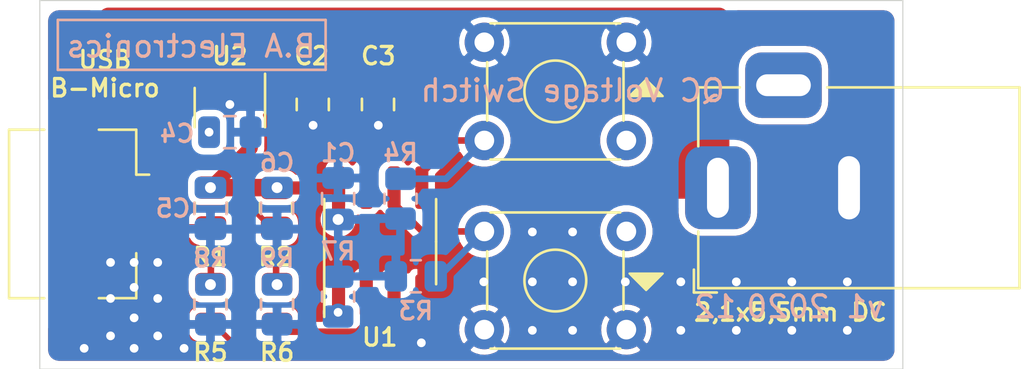
<source format=kicad_pcb>
(kicad_pcb (version 20171130) (host pcbnew "(5.1.9)-1")

  (general
    (thickness 1.6)
    (drawings 15)
    (tracks 88)
    (zones 0)
    (modules 21)
    (nets 17)
  )

  (page A4)
  (layers
    (0 F.Cu signal)
    (31 B.Cu signal)
    (32 B.Adhes user)
    (33 F.Adhes user)
    (34 B.Paste user)
    (35 F.Paste user)
    (36 B.SilkS user)
    (37 F.SilkS user)
    (38 B.Mask user)
    (39 F.Mask user)
    (40 Dwgs.User user)
    (41 Cmts.User user)
    (42 Eco1.User user)
    (43 Eco2.User user)
    (44 Edge.Cuts user)
    (45 Margin user)
    (46 B.CrtYd user)
    (47 F.CrtYd user)
    (48 B.Fab user)
    (49 F.Fab user)
  )

  (setup
    (last_trace_width 0.25)
    (user_trace_width 0.3)
    (user_trace_width 0.4)
    (user_trace_width 0.5)
    (user_trace_width 0.6)
    (user_trace_width 0.65)
    (user_trace_width 0.7)
    (user_trace_width 0.8)
    (user_trace_width 0.8)
    (user_trace_width 0.9)
    (user_trace_width 1)
    (trace_clearance 0.2)
    (zone_clearance 0.3)
    (zone_45_only no)
    (trace_min 0.2)
    (via_size 0.8)
    (via_drill 0.4)
    (via_min_size 0.4)
    (via_min_drill 0.3)
    (user_via 0.9 0.5)
    (uvia_size 0.3)
    (uvia_drill 0.1)
    (uvias_allowed no)
    (uvia_min_size 0.2)
    (uvia_min_drill 0.1)
    (edge_width 0.05)
    (segment_width 0.2)
    (pcb_text_width 0.3)
    (pcb_text_size 1.5 1.5)
    (mod_edge_width 0.12)
    (mod_text_size 1 1)
    (mod_text_width 0.15)
    (pad_size 1.8 1.8)
    (pad_drill 0.9)
    (pad_to_mask_clearance 0.05)
    (solder_mask_min_width 0.254)
    (aux_axis_origin 0 0)
    (visible_elements 7FFFFFFF)
    (pcbplotparams
      (layerselection 0x010fc_ffffffff)
      (usegerberextensions false)
      (usegerberattributes true)
      (usegerberadvancedattributes true)
      (creategerberjobfile true)
      (excludeedgelayer true)
      (linewidth 0.100000)
      (plotframeref false)
      (viasonmask false)
      (mode 1)
      (useauxorigin false)
      (hpglpennumber 1)
      (hpglpenspeed 20)
      (hpglpendiameter 15.000000)
      (psnegative false)
      (psa4output false)
      (plotreference true)
      (plotvalue true)
      (plotinvisibletext false)
      (padsonsilk false)
      (subtractmaskfromsilk false)
      (outputformat 1)
      (mirror false)
      (drillshape 1)
      (scaleselection 1)
      (outputdirectory ""))
  )

  (net 0 "")
  (net 1 +3V3)
  (net 2 GND)
  (net 3 VCC)
  (net 4 "Net-(C4-Pad1)")
  (net 5 "Net-(J1-Pad3)")
  (net 6 "Net-(J2-Pad4)")
  (net 7 D+)
  (net 8 D-)
  (net 9 DpPin)
  (net 10 DmPin)
  (net 11 "Net-(R7-Pad2)")
  (net 12 "Net-(U1-Pad7)")
  (net 13 "Net-(SW1-Pad3)")
  (net 14 "Net-(SW2-Pad1)")
  (net 15 Plus)
  (net 16 Minus)

  (net_class Default "This is the default net class."
    (clearance 0.2)
    (trace_width 0.25)
    (via_dia 0.8)
    (via_drill 0.4)
    (uvia_dia 0.3)
    (uvia_drill 0.1)
    (add_net +3V3)
    (add_net D+)
    (add_net D-)
    (add_net DmPin)
    (add_net DpPin)
    (add_net GND)
    (add_net Minus)
    (add_net "Net-(C4-Pad1)")
    (add_net "Net-(J1-Pad3)")
    (add_net "Net-(J2-Pad4)")
    (add_net "Net-(R7-Pad2)")
    (add_net "Net-(SW1-Pad3)")
    (add_net "Net-(SW2-Pad1)")
    (add_net "Net-(U1-Pad7)")
    (add_net Plus)
    (add_net VCC)
  )

  (module Button_Switch_THT:SW_TH_Tactile_Omron_B3F-10xx (layer F.Cu) (tedit 5FCB79B0) (tstamp 5FCA0B70)
    (at 174.101 129.1905 180)
    (descr SW_TH_Tactile_Omron_B3F-10xx_https://www.omron.com/ecb/products/pdf/en-b3f.pdf)
    (tags "Omron B3F-10xx")
    (path /5FD2CA5B)
    (fp_text reference SW1 (at 3.2225 0.857) (layer F.SilkS) hide
      (effects (font (size 1 1) (thickness 0.15)))
    )
    (fp_text value Plus (at 3.0955 4.413) (layer F.Fab)
      (effects (font (size 1 1) (thickness 0.15)))
    )
    (fp_line (start 0.25 -0.75) (end 0.25 5.25) (layer F.Fab) (width 0.1))
    (fp_line (start 6.25 -0.75) (end 6.25 5.25) (layer F.Fab) (width 0.1))
    (fp_line (start 0.25 -0.75) (end 6.25 -0.75) (layer F.Fab) (width 0.1))
    (fp_line (start 7.6 5.6) (end 7.6 -1.1) (layer F.CrtYd) (width 0.05))
    (fp_line (start -1.1 5.6) (end 7.6 5.6) (layer F.CrtYd) (width 0.05))
    (fp_line (start -1.1 -1.1) (end -1.1 5.6) (layer F.CrtYd) (width 0.05))
    (fp_circle (center 3.25 2.25) (end 4.25 3.25) (layer F.SilkS) (width 0.12))
    (fp_line (start 0.28 5.37) (end 6.22 5.37) (layer F.SilkS) (width 0.12))
    (fp_line (start 0.28 -0.87) (end 6.22 -0.87) (layer F.SilkS) (width 0.12))
    (fp_line (start 0.13 3.59) (end 0.13 0.91) (layer F.SilkS) (width 0.12))
    (fp_line (start 6.37 0.91) (end 6.37 3.59) (layer F.SilkS) (width 0.12))
    (fp_line (start 0.25 5.25) (end 6.25 5.25) (layer F.Fab) (width 0.1))
    (fp_line (start -1.1 -1.1) (end 7.6 -1.1) (layer F.CrtYd) (width 0.05))
    (fp_text user %R (at 3.25 2.25) (layer F.Fab)
      (effects (font (size 1 1) (thickness 0.15)))
    )
    (pad 4 thru_hole circle (at 6.5 4.5 180) (size 1.8 1.8) (drill 0.9) (layers *.Cu *.Mask)
      (net 15 Plus))
    (pad 3 thru_hole circle (at 0 4.5 180) (size 1.8 1.8) (drill 0.9) (layers *.Cu *.Mask)
      (net 13 "Net-(SW1-Pad3)"))
    (pad 2 thru_hole circle (at 6.5 0 180) (size 1.8 1.8) (drill 0.9) (layers *.Cu *.Mask)
      (net 2 GND))
    (pad 1 thru_hole circle (at 0 0 180) (size 1.8 1.8) (drill 0.9) (layers *.Cu *.Mask)
      (net 2 GND))
    (model ${KISYS3DMOD}/Button_Switch_THT.3dshapes/SW_TH_Tactile_Omron_B3F-10xx.wrl
      (at (xyz 0 0 0))
      (scale (xyz 1 1 1))
      (rotate (xyz 0 0 0))
    )
  )

  (module Connector_USB:USB_Micro-B_Amphenol_10104110_Horizontal (layer F.Cu) (tedit 5FCABBB9) (tstamp 5FCA0AB0)
    (at 150.011 123.8885 270)
    (descr "USB Micro-B, horizontal, https://cdn.amphenol-icc.com/media/wysiwyg/files/drawing/10104110.pdf")
    (tags "USB Micro B horizontal")
    (path /5FC99E4C)
    (attr smd)
    (fp_text reference J2 (at 0 -3.55 90) (layer F.SilkS) hide
      (effects (font (size 1 1) (thickness 0.15)))
    )
    (fp_text value "USB B Micro" (at 0.127 3.707 90) (layer F.Fab)
      (effects (font (size 1 1) (thickness 0.15)))
    )
    (fp_line (start -3.86 4.16) (end -3.86 2.55) (layer F.SilkS) (width 0.12))
    (fp_line (start 3.86 -1.66) (end 1.8 -1.66) (layer F.SilkS) (width 0.12))
    (fp_line (start 3.86 0.05) (end 3.86 -1.66) (layer F.SilkS) (width 0.12))
    (fp_line (start -3.86 -1.66) (end -1.8 -1.66) (layer F.SilkS) (width 0.12))
    (fp_line (start -3.86 0.05) (end -3.86 -1.66) (layer F.SilkS) (width 0.12))
    (fp_line (start -1.3 -1.85) (end -0.9 -2.25) (layer F.Fab) (width 0.1))
    (fp_line (start -0.9 -2.25) (end -1.7 -2.25) (layer F.Fab) (width 0.1))
    (fp_line (start -1.7 -2.25) (end -1.3 -1.85) (layer F.Fab) (width 0.1))
    (fp_line (start -3.75 4.05) (end -3.75 -1.55) (layer F.Fab) (width 0.1))
    (fp_line (start 3.75 4.05) (end -3.75 4.05) (layer F.Fab) (width 0.1))
    (fp_line (start 3.75 -1.55) (end 3.75 4.05) (layer F.Fab) (width 0.1))
    (fp_line (start -3.75 -1.55) (end 3.75 -1.55) (layer F.Fab) (width 0.1))
    (fp_line (start -2.6 2.75) (end 2.6 2.75) (layer F.Fab) (width 0.1))
    (fp_line (start -3.86 4.16) (end 3.86 4.16) (layer F.SilkS) (width 0.12))
    (fp_line (start 3.86 4.16) (end 3.86 2.55) (layer F.SilkS) (width 0.12))
    (fp_line (start -1.8 -1.66) (end -1.8 -2.25) (layer F.SilkS) (width 0.12))
    (fp_line (start -5.4 -2.75) (end -5.4 4.55) (layer F.CrtYd) (width 0.05))
    (fp_line (start -5.4 4.55) (end 5.4 4.55) (layer F.CrtYd) (width 0.05))
    (fp_line (start 5.4 4.55) (end 5.4 -2.75) (layer F.CrtYd) (width 0.05))
    (fp_line (start 5.4 -2.75) (end -5.4 -2.75) (layer F.CrtYd) (width 0.05))
    (fp_text user %R (at 0 -0.2 90) (layer F.Fab)
      (effects (font (size 1 1) (thickness 0.15)))
    )
    (fp_text user "PCB edge" (at 0 2.75 90) (layer Dwgs.User)
      (effects (font (size 0.5 0.5) (thickness 0.08)))
    )
    (pad 6 smd rect (at 1.15 1.3 270) (size 1.8 1.9) (layers F.Cu F.Paste F.Mask)
      (net 2 GND))
    (pad 6 smd rect (at -1.15 1.3 270) (size 1.8 1.9) (layers F.Cu F.Paste F.Mask)
      (net 2 GND))
    (pad 6 smd rect (at 3.75 1.3 270) (size 2.3 1.9) (layers F.Cu F.Paste F.Mask)
      (net 2 GND))
    (pad 6 smd rect (at -3.75 1.3 270) (size 2.3 1.9) (layers F.Cu F.Paste F.Mask)
      (net 2 GND))
    (pad 5 smd rect (at 1.3 -1.55 270) (size 0.4 1.4) (layers F.Cu F.Paste F.Mask)
      (net 2 GND))
    (pad 4 smd rect (at 0.65 -1.55 270) (size 0.4 1.4) (layers F.Cu F.Paste F.Mask)
      (net 6 "Net-(J2-Pad4)"))
    (pad 3 smd rect (at 0 -1.55 270) (size 0.4 1.4) (layers F.Cu F.Paste F.Mask)
      (net 7 D+))
    (pad 2 smd rect (at -0.65 -1.55 270) (size 0.4 1.4) (layers F.Cu F.Paste F.Mask)
      (net 8 D-))
    (pad 1 smd rect (at -1.3 -1.55 270) (size 0.4 1.4) (layers F.Cu F.Paste F.Mask)
      (net 3 VCC) (zone_connect 1) (thermal_width 0.4) (thermal_gap 0.25))
    (model ${KISYS3DMOD}/Connector_USB.3dshapes/USB_Micro-B_Amphenol_10104110_Horizontal.wrl
      (at (xyz 0 0 0))
      (scale (xyz 1 1 1))
      (rotate (xyz 0 0 0))
    )
  )

  (module Capacitor_SMD:C_0805_2012Metric (layer B.Cu) (tedit 5F68FEEE) (tstamp 5FCA0A15)
    (at 160.909 123.1925 90)
    (descr "Capacitor SMD 0805 (2012 Metric), square (rectangular) end terminal, IPC_7351 nominal, (Body size source: IPC-SM-782 page 76, https://www.pcb-3d.com/wordpress/wp-content/uploads/ipc-sm-782a_amendment_1_and_2.pdf, https://docs.google.com/spreadsheets/d/1BsfQQcO9C6DZCsRaXUlFlo91Tg2WpOkGARC1WS5S8t0/edit?usp=sharing), generated with kicad-footprint-generator")
    (tags capacitor)
    (path /5FD0E9A4)
    (attr smd)
    (fp_text reference C1 (at 2.098 0 180) (layer B.SilkS)
      (effects (font (size 0.8 0.8) (thickness 0.15)) (justify mirror))
    )
    (fp_text value 100n (at 0 -1.68 90) (layer B.Fab)
      (effects (font (size 1 1) (thickness 0.15)) (justify mirror))
    )
    (fp_line (start -1 -0.625) (end -1 0.625) (layer B.Fab) (width 0.1))
    (fp_line (start -1 0.625) (end 1 0.625) (layer B.Fab) (width 0.1))
    (fp_line (start 1 0.625) (end 1 -0.625) (layer B.Fab) (width 0.1))
    (fp_line (start 1 -0.625) (end -1 -0.625) (layer B.Fab) (width 0.1))
    (fp_line (start -0.261252 0.735) (end 0.261252 0.735) (layer B.SilkS) (width 0.12))
    (fp_line (start -0.261252 -0.735) (end 0.261252 -0.735) (layer B.SilkS) (width 0.12))
    (fp_line (start -1.7 -0.98) (end -1.7 0.98) (layer B.CrtYd) (width 0.05))
    (fp_line (start -1.7 0.98) (end 1.7 0.98) (layer B.CrtYd) (width 0.05))
    (fp_line (start 1.7 0.98) (end 1.7 -0.98) (layer B.CrtYd) (width 0.05))
    (fp_line (start 1.7 -0.98) (end -1.7 -0.98) (layer B.CrtYd) (width 0.05))
    (fp_text user %R (at 0 0 90) (layer B.Fab)
      (effects (font (size 0.5 0.5) (thickness 0.08)) (justify mirror))
    )
    (pad 1 smd roundrect (at -0.95 0 90) (size 1 1.45) (layers B.Cu B.Paste B.Mask) (roundrect_rratio 0.25)
      (net 1 +3V3))
    (pad 2 smd roundrect (at 0.95 0 90) (size 1 1.45) (layers B.Cu B.Paste B.Mask) (roundrect_rratio 0.25)
      (net 2 GND))
    (model ${KISYS3DMOD}/Capacitor_SMD.3dshapes/C_0805_2012Metric.wrl
      (at (xyz 0 0 0))
      (scale (xyz 1 1 1))
      (rotate (xyz 0 0 0))
    )
  )

  (module Capacitor_SMD:C_0805_2012Metric (layer F.Cu) (tedit 5F68FEEE) (tstamp 5FCA0A26)
    (at 159.75 118.872 270)
    (descr "Capacitor SMD 0805 (2012 Metric), square (rectangular) end terminal, IPC_7351 nominal, (Body size source: IPC-SM-782 page 76, https://www.pcb-3d.com/wordpress/wp-content/uploads/ipc-sm-782a_amendment_1_and_2.pdf, https://docs.google.com/spreadsheets/d/1BsfQQcO9C6DZCsRaXUlFlo91Tg2WpOkGARC1WS5S8t0/edit?usp=sharing), generated with kicad-footprint-generator")
    (tags capacitor)
    (path /5FD06E5E)
    (attr smd)
    (fp_text reference C2 (at -2.2225 0.0475 180) (layer F.SilkS)
      (effects (font (size 0.8 0.8) (thickness 0.15)))
    )
    (fp_text value 100n (at 0 1.68 90) (layer F.Fab)
      (effects (font (size 1 1) (thickness 0.15)))
    )
    (fp_line (start 1.7 0.98) (end -1.7 0.98) (layer F.CrtYd) (width 0.05))
    (fp_line (start 1.7 -0.98) (end 1.7 0.98) (layer F.CrtYd) (width 0.05))
    (fp_line (start -1.7 -0.98) (end 1.7 -0.98) (layer F.CrtYd) (width 0.05))
    (fp_line (start -1.7 0.98) (end -1.7 -0.98) (layer F.CrtYd) (width 0.05))
    (fp_line (start -0.261252 0.735) (end 0.261252 0.735) (layer F.SilkS) (width 0.12))
    (fp_line (start -0.261252 -0.735) (end 0.261252 -0.735) (layer F.SilkS) (width 0.12))
    (fp_line (start 1 0.625) (end -1 0.625) (layer F.Fab) (width 0.1))
    (fp_line (start 1 -0.625) (end 1 0.625) (layer F.Fab) (width 0.1))
    (fp_line (start -1 -0.625) (end 1 -0.625) (layer F.Fab) (width 0.1))
    (fp_line (start -1 0.625) (end -1 -0.625) (layer F.Fab) (width 0.1))
    (fp_text user %R (at 0 0 90) (layer F.Fab)
      (effects (font (size 0.5 0.5) (thickness 0.08)))
    )
    (pad 2 smd roundrect (at 0.95 0 270) (size 1 1.45) (layers F.Cu F.Paste F.Mask) (roundrect_rratio 0.25)
      (net 2 GND))
    (pad 1 smd roundrect (at -0.95 0 270) (size 1 1.45) (layers F.Cu F.Paste F.Mask) (roundrect_rratio 0.25)
      (net 3 VCC))
    (model ${KISYS3DMOD}/Capacitor_SMD.3dshapes/C_0805_2012Metric.wrl
      (at (xyz 0 0 0))
      (scale (xyz 1 1 1))
      (rotate (xyz 0 0 0))
    )
  )

  (module Capacitor_SMD:C_0805_2012Metric (layer F.Cu) (tedit 5F68FEEE) (tstamp 5FCA0A37)
    (at 162.7345 118.872 270)
    (descr "Capacitor SMD 0805 (2012 Metric), square (rectangular) end terminal, IPC_7351 nominal, (Body size source: IPC-SM-782 page 76, https://www.pcb-3d.com/wordpress/wp-content/uploads/ipc-sm-782a_amendment_1_and_2.pdf, https://docs.google.com/spreadsheets/d/1BsfQQcO9C6DZCsRaXUlFlo91Tg2WpOkGARC1WS5S8t0/edit?usp=sharing), generated with kicad-footprint-generator")
    (tags capacitor)
    (path /5FD04F9A)
    (attr smd)
    (fp_text reference C3 (at -2.2225 -0.016 180) (layer F.SilkS)
      (effects (font (size 0.8 0.8) (thickness 0.15)))
    )
    (fp_text value 10u (at 0 1.68 90) (layer F.Fab)
      (effects (font (size 1 1) (thickness 0.15)))
    )
    (fp_line (start 1.7 0.98) (end -1.7 0.98) (layer F.CrtYd) (width 0.05))
    (fp_line (start 1.7 -0.98) (end 1.7 0.98) (layer F.CrtYd) (width 0.05))
    (fp_line (start -1.7 -0.98) (end 1.7 -0.98) (layer F.CrtYd) (width 0.05))
    (fp_line (start -1.7 0.98) (end -1.7 -0.98) (layer F.CrtYd) (width 0.05))
    (fp_line (start -0.261252 0.735) (end 0.261252 0.735) (layer F.SilkS) (width 0.12))
    (fp_line (start -0.261252 -0.735) (end 0.261252 -0.735) (layer F.SilkS) (width 0.12))
    (fp_line (start 1 0.625) (end -1 0.625) (layer F.Fab) (width 0.1))
    (fp_line (start 1 -0.625) (end 1 0.625) (layer F.Fab) (width 0.1))
    (fp_line (start -1 -0.625) (end 1 -0.625) (layer F.Fab) (width 0.1))
    (fp_line (start -1 0.625) (end -1 -0.625) (layer F.Fab) (width 0.1))
    (fp_text user %R (at 0 0 90) (layer F.Fab)
      (effects (font (size 0.5 0.5) (thickness 0.08)))
    )
    (pad 2 smd roundrect (at 0.95 0 270) (size 1 1.45) (layers F.Cu F.Paste F.Mask) (roundrect_rratio 0.25)
      (net 2 GND))
    (pad 1 smd roundrect (at -0.95 0 270) (size 1 1.45) (layers F.Cu F.Paste F.Mask) (roundrect_rratio 0.25)
      (net 3 VCC))
    (model ${KISYS3DMOD}/Capacitor_SMD.3dshapes/C_0805_2012Metric.wrl
      (at (xyz 0 0 0))
      (scale (xyz 1 1 1))
      (rotate (xyz 0 0 0))
    )
  )

  (module Capacitor_SMD:C_0805_2012Metric (layer B.Cu) (tedit 5F68FEEE) (tstamp 5FCA0A48)
    (at 155.9535 120.142)
    (descr "Capacitor SMD 0805 (2012 Metric), square (rectangular) end terminal, IPC_7351 nominal, (Body size source: IPC-SM-782 page 76, https://www.pcb-3d.com/wordpress/wp-content/uploads/ipc-sm-782a_amendment_1_and_2.pdf, https://docs.google.com/spreadsheets/d/1BsfQQcO9C6DZCsRaXUlFlo91Tg2WpOkGARC1WS5S8t0/edit?usp=sharing), generated with kicad-footprint-generator")
    (tags capacitor)
    (path /5FD03A6D)
    (attr smd)
    (fp_text reference C4 (at -2.4105 0.0635 180) (layer B.SilkS)
      (effects (font (size 0.8 0.8) (thickness 0.15)) (justify mirror))
    )
    (fp_text value 10n (at 0 -1.68 180) (layer B.Fab)
      (effects (font (size 1 1) (thickness 0.15)) (justify mirror))
    )
    (fp_line (start -1 -0.625) (end -1 0.625) (layer B.Fab) (width 0.1))
    (fp_line (start -1 0.625) (end 1 0.625) (layer B.Fab) (width 0.1))
    (fp_line (start 1 0.625) (end 1 -0.625) (layer B.Fab) (width 0.1))
    (fp_line (start 1 -0.625) (end -1 -0.625) (layer B.Fab) (width 0.1))
    (fp_line (start -0.261252 0.735) (end 0.261252 0.735) (layer B.SilkS) (width 0.12))
    (fp_line (start -0.261252 -0.735) (end 0.261252 -0.735) (layer B.SilkS) (width 0.12))
    (fp_line (start -1.7 -0.98) (end -1.7 0.98) (layer B.CrtYd) (width 0.05))
    (fp_line (start -1.7 0.98) (end 1.7 0.98) (layer B.CrtYd) (width 0.05))
    (fp_line (start 1.7 0.98) (end 1.7 -0.98) (layer B.CrtYd) (width 0.05))
    (fp_line (start 1.7 -0.98) (end -1.7 -0.98) (layer B.CrtYd) (width 0.05))
    (fp_text user %R (at 0 0 180) (layer B.Fab)
      (effects (font (size 0.5 0.5) (thickness 0.08)) (justify mirror))
    )
    (pad 1 smd roundrect (at -0.95 0) (size 1 1.45) (layers B.Cu B.Paste B.Mask) (roundrect_rratio 0.25)
      (net 4 "Net-(C4-Pad1)"))
    (pad 2 smd roundrect (at 0.95 0) (size 1 1.45) (layers B.Cu B.Paste B.Mask) (roundrect_rratio 0.25)
      (net 2 GND))
    (model ${KISYS3DMOD}/Capacitor_SMD.3dshapes/C_0805_2012Metric.wrl
      (at (xyz 0 0 0))
      (scale (xyz 1 1 1))
      (rotate (xyz 0 0 0))
    )
  )

  (module Capacitor_SMD:C_0805_2012Metric (layer B.Cu) (tedit 5F68FEEE) (tstamp 5FCA0A59)
    (at 155.067 123.6345 270)
    (descr "Capacitor SMD 0805 (2012 Metric), square (rectangular) end terminal, IPC_7351 nominal, (Body size source: IPC-SM-782 page 76, https://www.pcb-3d.com/wordpress/wp-content/uploads/ipc-sm-782a_amendment_1_and_2.pdf, https://docs.google.com/spreadsheets/d/1BsfQQcO9C6DZCsRaXUlFlo91Tg2WpOkGARC1WS5S8t0/edit?usp=sharing), generated with kicad-footprint-generator")
    (tags capacitor)
    (path /5FD035AF)
    (attr smd)
    (fp_text reference C5 (at 0 1.7145) (layer B.SilkS)
      (effects (font (size 0.8 0.8) (thickness 0.15)) (justify mirror))
    )
    (fp_text value 1u (at 0 -1.68 270) (layer B.Fab)
      (effects (font (size 1 1) (thickness 0.15)) (justify mirror))
    )
    (fp_line (start 1.7 -0.98) (end -1.7 -0.98) (layer B.CrtYd) (width 0.05))
    (fp_line (start 1.7 0.98) (end 1.7 -0.98) (layer B.CrtYd) (width 0.05))
    (fp_line (start -1.7 0.98) (end 1.7 0.98) (layer B.CrtYd) (width 0.05))
    (fp_line (start -1.7 -0.98) (end -1.7 0.98) (layer B.CrtYd) (width 0.05))
    (fp_line (start -0.261252 -0.735) (end 0.261252 -0.735) (layer B.SilkS) (width 0.12))
    (fp_line (start -0.261252 0.735) (end 0.261252 0.735) (layer B.SilkS) (width 0.12))
    (fp_line (start 1 -0.625) (end -1 -0.625) (layer B.Fab) (width 0.1))
    (fp_line (start 1 0.625) (end 1 -0.625) (layer B.Fab) (width 0.1))
    (fp_line (start -1 0.625) (end 1 0.625) (layer B.Fab) (width 0.1))
    (fp_line (start -1 -0.625) (end -1 0.625) (layer B.Fab) (width 0.1))
    (fp_text user %R (at 0 0 270) (layer B.Fab)
      (effects (font (size 0.5 0.5) (thickness 0.08)) (justify mirror))
    )
    (pad 2 smd roundrect (at 0.95 0 270) (size 1 1.45) (layers B.Cu B.Paste B.Mask) (roundrect_rratio 0.25)
      (net 2 GND))
    (pad 1 smd roundrect (at -0.95 0 270) (size 1 1.45) (layers B.Cu B.Paste B.Mask) (roundrect_rratio 0.25)
      (net 1 +3V3))
    (model ${KISYS3DMOD}/Capacitor_SMD.3dshapes/C_0805_2012Metric.wrl
      (at (xyz 0 0 0))
      (scale (xyz 1 1 1))
      (rotate (xyz 0 0 0))
    )
  )

  (module Capacitor_SMD:C_0805_2012Metric (layer B.Cu) (tedit 5F68FEEE) (tstamp 5FCA0A6A)
    (at 158.115 123.632 270)
    (descr "Capacitor SMD 0805 (2012 Metric), square (rectangular) end terminal, IPC_7351 nominal, (Body size source: IPC-SM-782 page 76, https://www.pcb-3d.com/wordpress/wp-content/uploads/ipc-sm-782a_amendment_1_and_2.pdf, https://docs.google.com/spreadsheets/d/1BsfQQcO9C6DZCsRaXUlFlo91Tg2WpOkGARC1WS5S8t0/edit?usp=sharing), generated with kicad-footprint-generator")
    (tags capacitor)
    (path /5FD04B98)
    (attr smd)
    (fp_text reference C6 (at -2.093 0) (layer B.SilkS)
      (effects (font (size 0.8 0.8) (thickness 0.15)) (justify mirror))
    )
    (fp_text value 10u (at 0 -1.68 270) (layer B.Fab)
      (effects (font (size 1 1) (thickness 0.15)) (justify mirror))
    )
    (fp_line (start -1 -0.625) (end -1 0.625) (layer B.Fab) (width 0.1))
    (fp_line (start -1 0.625) (end 1 0.625) (layer B.Fab) (width 0.1))
    (fp_line (start 1 0.625) (end 1 -0.625) (layer B.Fab) (width 0.1))
    (fp_line (start 1 -0.625) (end -1 -0.625) (layer B.Fab) (width 0.1))
    (fp_line (start -0.261252 0.735) (end 0.261252 0.735) (layer B.SilkS) (width 0.12))
    (fp_line (start -0.261252 -0.735) (end 0.261252 -0.735) (layer B.SilkS) (width 0.12))
    (fp_line (start -1.7 -0.98) (end -1.7 0.98) (layer B.CrtYd) (width 0.05))
    (fp_line (start -1.7 0.98) (end 1.7 0.98) (layer B.CrtYd) (width 0.05))
    (fp_line (start 1.7 0.98) (end 1.7 -0.98) (layer B.CrtYd) (width 0.05))
    (fp_line (start 1.7 -0.98) (end -1.7 -0.98) (layer B.CrtYd) (width 0.05))
    (fp_text user %R (at 0 0 270) (layer B.Fab)
      (effects (font (size 0.5 0.5) (thickness 0.08)) (justify mirror))
    )
    (pad 1 smd roundrect (at -0.95 0 270) (size 1 1.45) (layers B.Cu B.Paste B.Mask) (roundrect_rratio 0.25)
      (net 1 +3V3))
    (pad 2 smd roundrect (at 0.95 0 270) (size 1 1.45) (layers B.Cu B.Paste B.Mask) (roundrect_rratio 0.25)
      (net 2 GND))
    (model ${KISYS3DMOD}/Capacitor_SMD.3dshapes/C_0805_2012Metric.wrl
      (at (xyz 0 0 0))
      (scale (xyz 1 1 1))
      (rotate (xyz 0 0 0))
    )
  )

  (module Connector_BarrelJack:BarrelJack_Horizontal (layer F.Cu) (tedit 5FCB78A9) (tstamp 5FCA0A8D)
    (at 178.292 122.6895 180)
    (descr "DC Barrel Jack")
    (tags "Power Jack")
    (path /5FD01CC9)
    (fp_text reference J1 (at -6.6835 5.659) (layer F.SilkS) hide
      (effects (font (size 1 1) (thickness 0.15)))
    )
    (fp_text value "DC connector" (at -3.064 -5.517) (layer F.Fab)
      (effects (font (size 1 1) (thickness 0.15)))
    )
    (fp_line (start -0.003213 -4.505425) (end 0.8 -3.75) (layer F.Fab) (width 0.1))
    (fp_line (start 1.1 -3.75) (end 1.1 -4.8) (layer F.SilkS) (width 0.12))
    (fp_line (start 0.05 -4.8) (end 1.1 -4.8) (layer F.SilkS) (width 0.12))
    (fp_line (start 1 -4.5) (end 1 -4.75) (layer F.CrtYd) (width 0.05))
    (fp_line (start 1 -4.75) (end -14 -4.75) (layer F.CrtYd) (width 0.05))
    (fp_line (start 1 -4.5) (end 1 -2) (layer F.CrtYd) (width 0.05))
    (fp_line (start 1 -2) (end 2 -2) (layer F.CrtYd) (width 0.05))
    (fp_line (start 2 -2) (end 2 2) (layer F.CrtYd) (width 0.05))
    (fp_line (start 2 2) (end 1 2) (layer F.CrtYd) (width 0.05))
    (fp_line (start 1 2) (end 1 4.75) (layer F.CrtYd) (width 0.05))
    (fp_line (start 1 4.75) (end -1 4.75) (layer F.CrtYd) (width 0.05))
    (fp_line (start -1 4.75) (end -1 6.75) (layer F.CrtYd) (width 0.05))
    (fp_line (start -1 6.75) (end -5 6.75) (layer F.CrtYd) (width 0.05))
    (fp_line (start -5 6.75) (end -5 4.75) (layer F.CrtYd) (width 0.05))
    (fp_line (start -5 4.75) (end -14 4.75) (layer F.CrtYd) (width 0.05))
    (fp_line (start -14 4.75) (end -14 -4.75) (layer F.CrtYd) (width 0.05))
    (fp_line (start -5 4.6) (end -13.8 4.6) (layer F.SilkS) (width 0.12))
    (fp_line (start -13.8 4.6) (end -13.8 -4.6) (layer F.SilkS) (width 0.12))
    (fp_line (start 0.9 1.9) (end 0.9 4.6) (layer F.SilkS) (width 0.12))
    (fp_line (start 0.9 4.6) (end -1 4.6) (layer F.SilkS) (width 0.12))
    (fp_line (start -13.8 -4.6) (end 0.9 -4.6) (layer F.SilkS) (width 0.12))
    (fp_line (start 0.9 -4.6) (end 0.9 -2) (layer F.SilkS) (width 0.12))
    (fp_line (start -10.2 -4.5) (end -10.2 4.5) (layer F.Fab) (width 0.1))
    (fp_line (start -13.7 -4.5) (end -13.7 4.5) (layer F.Fab) (width 0.1))
    (fp_line (start -13.7 4.5) (end 0.8 4.5) (layer F.Fab) (width 0.1))
    (fp_line (start 0.8 4.5) (end 0.8 -3.75) (layer F.Fab) (width 0.1))
    (fp_line (start 0 -4.5) (end -13.7 -4.5) (layer F.Fab) (width 0.1))
    (fp_text user %R (at -3 -2.95) (layer F.Fab)
      (effects (font (size 1 1) (thickness 0.15)))
    )
    (pad 1 thru_hole roundrect (at 0 0 180) (size 3 3.8) (drill oval 1 2.75) (layers *.Cu *.Mask) (roundrect_rratio 0.25)
      (net 3 VCC) (zone_connect 2))
    (pad 2 thru_hole roundrect (at -6 0 180) (size 3 3.8) (drill oval 1 2.9) (layers *.Cu *.Mask) (roundrect_rratio 0.25)
      (net 2 GND) (zone_connect 2))
    (pad 3 thru_hole roundrect (at -3 4.7 180) (size 3.5 3) (drill oval 2.5 1) (layers *.Cu *.Mask) (roundrect_rratio 0.25)
      (net 5 "Net-(J1-Pad3)"))
    (model ${KISYS3DMOD}/Connector_BarrelJack.3dshapes/BarrelJack_Horizontal.wrl
      (at (xyz 0 0 0))
      (scale (xyz 1 1 1))
      (rotate (xyz 0 0 0))
    )
  )

  (module Resistor_SMD:R_0805_2012Metric (layer F.Cu) (tedit 5F68FEEE) (tstamp 5FCA0AD2)
    (at 155.0875 123.5945 270)
    (descr "Resistor SMD 0805 (2012 Metric), square (rectangular) end terminal, IPC_7351 nominal, (Body size source: IPC-SM-782 page 72, https://www.pcb-3d.com/wordpress/wp-content/uploads/ipc-sm-782a_amendment_1_and_2.pdf), generated with kicad-footprint-generator")
    (tags resistor)
    (path /5FCD9BE4)
    (attr smd)
    (fp_text reference R1 (at 2.2625 0.0205 180) (layer F.SilkS)
      (effects (font (size 0.8 0.8) (thickness 0.15)))
    )
    (fp_text value 4,7k (at 0 1.65 90) (layer F.Fab)
      (effects (font (size 1 1) (thickness 0.15)))
    )
    (fp_line (start 1.68 0.95) (end -1.68 0.95) (layer F.CrtYd) (width 0.05))
    (fp_line (start 1.68 -0.95) (end 1.68 0.95) (layer F.CrtYd) (width 0.05))
    (fp_line (start -1.68 -0.95) (end 1.68 -0.95) (layer F.CrtYd) (width 0.05))
    (fp_line (start -1.68 0.95) (end -1.68 -0.95) (layer F.CrtYd) (width 0.05))
    (fp_line (start -0.227064 0.735) (end 0.227064 0.735) (layer F.SilkS) (width 0.12))
    (fp_line (start -0.227064 -0.735) (end 0.227064 -0.735) (layer F.SilkS) (width 0.12))
    (fp_line (start 1 0.625) (end -1 0.625) (layer F.Fab) (width 0.1))
    (fp_line (start 1 -0.625) (end 1 0.625) (layer F.Fab) (width 0.1))
    (fp_line (start -1 -0.625) (end 1 -0.625) (layer F.Fab) (width 0.1))
    (fp_line (start -1 0.625) (end -1 -0.625) (layer F.Fab) (width 0.1))
    (fp_text user %R (at 0 0 90) (layer F.Fab)
      (effects (font (size 0.5 0.5) (thickness 0.08)))
    )
    (pad 2 smd roundrect (at 0.9125 0 270) (size 1.025 1.4) (layers F.Cu F.Paste F.Mask) (roundrect_rratio 0.243902)
      (net 7 D+))
    (pad 1 smd roundrect (at -0.9125 0 270) (size 1.025 1.4) (layers F.Cu F.Paste F.Mask) (roundrect_rratio 0.243902)
      (net 1 +3V3))
    (model ${KISYS3DMOD}/Resistor_SMD.3dshapes/R_0805_2012Metric.wrl
      (at (xyz 0 0 0))
      (scale (xyz 1 1 1))
      (rotate (xyz 0 0 0))
    )
  )

  (module Resistor_SMD:R_0805_2012Metric (layer F.Cu) (tedit 5F68FEEE) (tstamp 5FCA0AE3)
    (at 158.072 123.611 270)
    (descr "Resistor SMD 0805 (2012 Metric), square (rectangular) end terminal, IPC_7351 nominal, (Body size source: IPC-SM-782 page 72, https://www.pcb-3d.com/wordpress/wp-content/uploads/ipc-sm-782a_amendment_1_and_2.pdf), generated with kicad-footprint-generator")
    (tags resistor)
    (path /5FCE6C93)
    (attr smd)
    (fp_text reference R2 (at 2.246 0.0205 180) (layer F.SilkS)
      (effects (font (size 0.8 0.8) (thickness 0.15)))
    )
    (fp_text value 4,7k (at 0 1.65 90) (layer F.Fab)
      (effects (font (size 1 1) (thickness 0.15)))
    )
    (fp_line (start 1.68 0.95) (end -1.68 0.95) (layer F.CrtYd) (width 0.05))
    (fp_line (start 1.68 -0.95) (end 1.68 0.95) (layer F.CrtYd) (width 0.05))
    (fp_line (start -1.68 -0.95) (end 1.68 -0.95) (layer F.CrtYd) (width 0.05))
    (fp_line (start -1.68 0.95) (end -1.68 -0.95) (layer F.CrtYd) (width 0.05))
    (fp_line (start -0.227064 0.735) (end 0.227064 0.735) (layer F.SilkS) (width 0.12))
    (fp_line (start -0.227064 -0.735) (end 0.227064 -0.735) (layer F.SilkS) (width 0.12))
    (fp_line (start 1 0.625) (end -1 0.625) (layer F.Fab) (width 0.1))
    (fp_line (start 1 -0.625) (end 1 0.625) (layer F.Fab) (width 0.1))
    (fp_line (start -1 -0.625) (end 1 -0.625) (layer F.Fab) (width 0.1))
    (fp_line (start -1 0.625) (end -1 -0.625) (layer F.Fab) (width 0.1))
    (fp_text user %R (at 0 0 90) (layer F.Fab)
      (effects (font (size 0.5 0.5) (thickness 0.08)))
    )
    (pad 2 smd roundrect (at 0.9125 0 270) (size 1.025 1.4) (layers F.Cu F.Paste F.Mask) (roundrect_rratio 0.243902)
      (net 8 D-))
    (pad 1 smd roundrect (at -0.9125 0 270) (size 1.025 1.4) (layers F.Cu F.Paste F.Mask) (roundrect_rratio 0.243902)
      (net 1 +3V3))
    (model ${KISYS3DMOD}/Resistor_SMD.3dshapes/R_0805_2012Metric.wrl
      (at (xyz 0 0 0))
      (scale (xyz 1 1 1))
      (rotate (xyz 0 0 0))
    )
  )

  (module Resistor_SMD:R_0805_2012Metric (layer B.Cu) (tedit 5F68FEEE) (tstamp 5FCA0AF4)
    (at 164.465 126.746)
    (descr "Resistor SMD 0805 (2012 Metric), square (rectangular) end terminal, IPC_7351 nominal, (Body size source: IPC-SM-782 page 72, https://www.pcb-3d.com/wordpress/wp-content/uploads/ipc-sm-782a_amendment_1_and_2.pdf), generated with kicad-footprint-generator")
    (tags resistor)
    (path /5FD2CA67)
    (attr smd)
    (fp_text reference R3 (at 0 1.5875) (layer B.SilkS)
      (effects (font (size 0.8 0.8) (thickness 0.15)) (justify mirror))
    )
    (fp_text value 2k2 (at 0 -1.65) (layer B.Fab)
      (effects (font (size 1 1) (thickness 0.15)) (justify mirror))
    )
    (fp_line (start -1 -0.625) (end -1 0.625) (layer B.Fab) (width 0.1))
    (fp_line (start -1 0.625) (end 1 0.625) (layer B.Fab) (width 0.1))
    (fp_line (start 1 0.625) (end 1 -0.625) (layer B.Fab) (width 0.1))
    (fp_line (start 1 -0.625) (end -1 -0.625) (layer B.Fab) (width 0.1))
    (fp_line (start -0.227064 0.735) (end 0.227064 0.735) (layer B.SilkS) (width 0.12))
    (fp_line (start -0.227064 -0.735) (end 0.227064 -0.735) (layer B.SilkS) (width 0.12))
    (fp_line (start -1.68 -0.95) (end -1.68 0.95) (layer B.CrtYd) (width 0.05))
    (fp_line (start -1.68 0.95) (end 1.68 0.95) (layer B.CrtYd) (width 0.05))
    (fp_line (start 1.68 0.95) (end 1.68 -0.95) (layer B.CrtYd) (width 0.05))
    (fp_line (start 1.68 -0.95) (end -1.68 -0.95) (layer B.CrtYd) (width 0.05))
    (fp_text user %R (at 0 0) (layer B.Fab)
      (effects (font (size 0.5 0.5) (thickness 0.08)) (justify mirror))
    )
    (pad 1 smd roundrect (at -0.9125 0) (size 1.025 1.4) (layers B.Cu B.Paste B.Mask) (roundrect_rratio 0.243902)
      (net 1 +3V3))
    (pad 2 smd roundrect (at 0.9125 0) (size 1.025 1.4) (layers B.Cu B.Paste B.Mask) (roundrect_rratio 0.243902)
      (net 15 Plus))
    (model ${KISYS3DMOD}/Resistor_SMD.3dshapes/R_0805_2012Metric.wrl
      (at (xyz 0 0 0))
      (scale (xyz 1 1 1))
      (rotate (xyz 0 0 0))
    )
  )

  (module Resistor_SMD:R_0805_2012Metric (layer B.Cu) (tedit 5F68FEEE) (tstamp 5FCA0B05)
    (at 163.7665 123.19 90)
    (descr "Resistor SMD 0805 (2012 Metric), square (rectangular) end terminal, IPC_7351 nominal, (Body size source: IPC-SM-782 page 72, https://www.pcb-3d.com/wordpress/wp-content/uploads/ipc-sm-782a_amendment_1_and_2.pdf), generated with kicad-footprint-generator")
    (tags resistor)
    (path /5FD19B17)
    (attr smd)
    (fp_text reference R4 (at 2.0955 0 180) (layer B.SilkS)
      (effects (font (size 0.8 0.8) (thickness 0.15)) (justify mirror))
    )
    (fp_text value 2k2 (at 0 -1.65 90) (layer B.Fab)
      (effects (font (size 1 1) (thickness 0.15)) (justify mirror))
    )
    (fp_line (start 1.68 -0.95) (end -1.68 -0.95) (layer B.CrtYd) (width 0.05))
    (fp_line (start 1.68 0.95) (end 1.68 -0.95) (layer B.CrtYd) (width 0.05))
    (fp_line (start -1.68 0.95) (end 1.68 0.95) (layer B.CrtYd) (width 0.05))
    (fp_line (start -1.68 -0.95) (end -1.68 0.95) (layer B.CrtYd) (width 0.05))
    (fp_line (start -0.227064 -0.735) (end 0.227064 -0.735) (layer B.SilkS) (width 0.12))
    (fp_line (start -0.227064 0.735) (end 0.227064 0.735) (layer B.SilkS) (width 0.12))
    (fp_line (start 1 -0.625) (end -1 -0.625) (layer B.Fab) (width 0.1))
    (fp_line (start 1 0.625) (end 1 -0.625) (layer B.Fab) (width 0.1))
    (fp_line (start -1 0.625) (end 1 0.625) (layer B.Fab) (width 0.1))
    (fp_line (start -1 -0.625) (end -1 0.625) (layer B.Fab) (width 0.1))
    (fp_text user %R (at 0 0 90) (layer B.Fab)
      (effects (font (size 0.5 0.5) (thickness 0.08)) (justify mirror))
    )
    (pad 2 smd roundrect (at 0.9125 0 90) (size 1.025 1.4) (layers B.Cu B.Paste B.Mask) (roundrect_rratio 0.243902)
      (net 16 Minus))
    (pad 1 smd roundrect (at -0.9125 0 90) (size 1.025 1.4) (layers B.Cu B.Paste B.Mask) (roundrect_rratio 0.243902)
      (net 1 +3V3))
    (model ${KISYS3DMOD}/Resistor_SMD.3dshapes/R_0805_2012Metric.wrl
      (at (xyz 0 0 0))
      (scale (xyz 1 1 1))
      (rotate (xyz 0 0 0))
    )
  )

  (module Resistor_SMD:R_0805_2012Metric (layer F.Cu) (tedit 5F68FEEE) (tstamp 5FCA0B16)
    (at 155.067 128.016 90)
    (descr "Resistor SMD 0805 (2012 Metric), square (rectangular) end terminal, IPC_7351 nominal, (Body size source: IPC-SM-782 page 72, https://www.pcb-3d.com/wordpress/wp-content/uploads/ipc-sm-782a_amendment_1_and_2.pdf), generated with kicad-footprint-generator")
    (tags resistor)
    (path /5FCDA255)
    (attr smd)
    (fp_text reference R5 (at -2.2225 0 180) (layer F.SilkS)
      (effects (font (size 0.8 0.8) (thickness 0.15)))
    )
    (fp_text value 100R (at 0 1.65 90) (layer F.Fab)
      (effects (font (size 1 1) (thickness 0.15)))
    )
    (fp_line (start -1 0.625) (end -1 -0.625) (layer F.Fab) (width 0.1))
    (fp_line (start -1 -0.625) (end 1 -0.625) (layer F.Fab) (width 0.1))
    (fp_line (start 1 -0.625) (end 1 0.625) (layer F.Fab) (width 0.1))
    (fp_line (start 1 0.625) (end -1 0.625) (layer F.Fab) (width 0.1))
    (fp_line (start -0.227064 -0.735) (end 0.227064 -0.735) (layer F.SilkS) (width 0.12))
    (fp_line (start -0.227064 0.735) (end 0.227064 0.735) (layer F.SilkS) (width 0.12))
    (fp_line (start -1.68 0.95) (end -1.68 -0.95) (layer F.CrtYd) (width 0.05))
    (fp_line (start -1.68 -0.95) (end 1.68 -0.95) (layer F.CrtYd) (width 0.05))
    (fp_line (start 1.68 -0.95) (end 1.68 0.95) (layer F.CrtYd) (width 0.05))
    (fp_line (start 1.68 0.95) (end -1.68 0.95) (layer F.CrtYd) (width 0.05))
    (fp_text user %R (at 0 0 90) (layer F.Fab)
      (effects (font (size 0.5 0.5) (thickness 0.08)))
    )
    (pad 1 smd roundrect (at -0.9125 0 90) (size 1.025 1.4) (layers F.Cu F.Paste F.Mask) (roundrect_rratio 0.243902)
      (net 9 DpPin))
    (pad 2 smd roundrect (at 0.9125 0 90) (size 1.025 1.4) (layers F.Cu F.Paste F.Mask) (roundrect_rratio 0.243902)
      (net 7 D+))
    (model ${KISYS3DMOD}/Resistor_SMD.3dshapes/R_0805_2012Metric.wrl
      (at (xyz 0 0 0))
      (scale (xyz 1 1 1))
      (rotate (xyz 0 0 0))
    )
  )

  (module Resistor_SMD:R_0805_2012Metric (layer F.Cu) (tedit 5F68FEEE) (tstamp 5FCA0B27)
    (at 158.115 128.016 90)
    (descr "Resistor SMD 0805 (2012 Metric), square (rectangular) end terminal, IPC_7351 nominal, (Body size source: IPC-SM-782 page 72, https://www.pcb-3d.com/wordpress/wp-content/uploads/ipc-sm-782a_amendment_1_and_2.pdf), generated with kicad-footprint-generator")
    (tags resistor)
    (path /5FCE6C99)
    (attr smd)
    (fp_text reference R6 (at -2.2225 0 180) (layer F.SilkS)
      (effects (font (size 0.8 0.8) (thickness 0.15)))
    )
    (fp_text value 100R (at 0 1.65 90) (layer F.Fab)
      (effects (font (size 1 1) (thickness 0.15)))
    )
    (fp_line (start 1.68 0.95) (end -1.68 0.95) (layer F.CrtYd) (width 0.05))
    (fp_line (start 1.68 -0.95) (end 1.68 0.95) (layer F.CrtYd) (width 0.05))
    (fp_line (start -1.68 -0.95) (end 1.68 -0.95) (layer F.CrtYd) (width 0.05))
    (fp_line (start -1.68 0.95) (end -1.68 -0.95) (layer F.CrtYd) (width 0.05))
    (fp_line (start -0.227064 0.735) (end 0.227064 0.735) (layer F.SilkS) (width 0.12))
    (fp_line (start -0.227064 -0.735) (end 0.227064 -0.735) (layer F.SilkS) (width 0.12))
    (fp_line (start 1 0.625) (end -1 0.625) (layer F.Fab) (width 0.1))
    (fp_line (start 1 -0.625) (end 1 0.625) (layer F.Fab) (width 0.1))
    (fp_line (start -1 -0.625) (end 1 -0.625) (layer F.Fab) (width 0.1))
    (fp_line (start -1 0.625) (end -1 -0.625) (layer F.Fab) (width 0.1))
    (fp_text user %R (at 0 0 90) (layer F.Fab)
      (effects (font (size 0.5 0.5) (thickness 0.08)))
    )
    (pad 2 smd roundrect (at 0.9125 0 90) (size 1.025 1.4) (layers F.Cu F.Paste F.Mask) (roundrect_rratio 0.243902)
      (net 8 D-))
    (pad 1 smd roundrect (at -0.9125 0 90) (size 1.025 1.4) (layers F.Cu F.Paste F.Mask) (roundrect_rratio 0.243902)
      (net 10 DmPin))
    (model ${KISYS3DMOD}/Resistor_SMD.3dshapes/R_0805_2012Metric.wrl
      (at (xyz 0 0 0))
      (scale (xyz 1 1 1))
      (rotate (xyz 0 0 0))
    )
  )

  (module Resistor_SMD:R_0805_2012Metric (layer B.Cu) (tedit 5F68FEEE) (tstamp 5FCA0B38)
    (at 160.909 127.679 270)
    (descr "Resistor SMD 0805 (2012 Metric), square (rectangular) end terminal, IPC_7351 nominal, (Body size source: IPC-SM-782 page 72, https://www.pcb-3d.com/wordpress/wp-content/uploads/ipc-sm-782a_amendment_1_and_2.pdf), generated with kicad-footprint-generator")
    (tags resistor)
    (path /5FDFDA21)
    (attr smd)
    (fp_text reference R7 (at -2.076 0 180) (layer B.SilkS)
      (effects (font (size 0.8 0.8) (thickness 0.15)) (justify mirror))
    )
    (fp_text value 10k (at 0 -1.65 90) (layer B.Fab)
      (effects (font (size 1 1) (thickness 0.15)) (justify mirror))
    )
    (fp_line (start 1.68 -0.95) (end -1.68 -0.95) (layer B.CrtYd) (width 0.05))
    (fp_line (start 1.68 0.95) (end 1.68 -0.95) (layer B.CrtYd) (width 0.05))
    (fp_line (start -1.68 0.95) (end 1.68 0.95) (layer B.CrtYd) (width 0.05))
    (fp_line (start -1.68 -0.95) (end -1.68 0.95) (layer B.CrtYd) (width 0.05))
    (fp_line (start -0.227064 -0.735) (end 0.227064 -0.735) (layer B.SilkS) (width 0.12))
    (fp_line (start -0.227064 0.735) (end 0.227064 0.735) (layer B.SilkS) (width 0.12))
    (fp_line (start 1 -0.625) (end -1 -0.625) (layer B.Fab) (width 0.1))
    (fp_line (start 1 0.625) (end 1 -0.625) (layer B.Fab) (width 0.1))
    (fp_line (start -1 0.625) (end 1 0.625) (layer B.Fab) (width 0.1))
    (fp_line (start -1 -0.625) (end -1 0.625) (layer B.Fab) (width 0.1))
    (fp_text user %R (at 0 0 90) (layer B.Fab)
      (effects (font (size 0.5 0.5) (thickness 0.08)) (justify mirror))
    )
    (pad 2 smd roundrect (at 0.9125 0 270) (size 1.025 1.4) (layers B.Cu B.Paste B.Mask) (roundrect_rratio 0.243902)
      (net 11 "Net-(R7-Pad2)"))
    (pad 1 smd roundrect (at -0.9125 0 270) (size 1.025 1.4) (layers B.Cu B.Paste B.Mask) (roundrect_rratio 0.243902)
      (net 1 +3V3))
    (model ${KISYS3DMOD}/Resistor_SMD.3dshapes/R_0805_2012Metric.wrl
      (at (xyz 0 0 0))
      (scale (xyz 1 1 1))
      (rotate (xyz 0 0 0))
    )
  )

  (module Resistor_SMD:R_0805_2012Metric (layer B.Cu) (tedit 5F68FEEE) (tstamp 5FCA0B49)
    (at 155.067 128.0395 270)
    (descr "Resistor SMD 0805 (2012 Metric), square (rectangular) end terminal, IPC_7351 nominal, (Body size source: IPC-SM-782 page 72, https://www.pcb-3d.com/wordpress/wp-content/uploads/ipc-sm-782a_amendment_1_and_2.pdf), generated with kicad-footprint-generator")
    (tags resistor)
    (path /5FC9B152)
    (attr smd)
    (fp_text reference R8 (at -2.119 0) (layer B.SilkS)
      (effects (font (size 0.8 0.8) (thickness 0.15)) (justify mirror))
    )
    (fp_text value 1,5k (at 0 -1.65 270) (layer B.Fab)
      (effects (font (size 1 1) (thickness 0.15)) (justify mirror))
    )
    (fp_line (start -1 -0.625) (end -1 0.625) (layer B.Fab) (width 0.1))
    (fp_line (start -1 0.625) (end 1 0.625) (layer B.Fab) (width 0.1))
    (fp_line (start 1 0.625) (end 1 -0.625) (layer B.Fab) (width 0.1))
    (fp_line (start 1 -0.625) (end -1 -0.625) (layer B.Fab) (width 0.1))
    (fp_line (start -0.227064 0.735) (end 0.227064 0.735) (layer B.SilkS) (width 0.12))
    (fp_line (start -0.227064 -0.735) (end 0.227064 -0.735) (layer B.SilkS) (width 0.12))
    (fp_line (start -1.68 -0.95) (end -1.68 0.95) (layer B.CrtYd) (width 0.05))
    (fp_line (start -1.68 0.95) (end 1.68 0.95) (layer B.CrtYd) (width 0.05))
    (fp_line (start 1.68 0.95) (end 1.68 -0.95) (layer B.CrtYd) (width 0.05))
    (fp_line (start 1.68 -0.95) (end -1.68 -0.95) (layer B.CrtYd) (width 0.05))
    (fp_text user %R (at 0 0 270) (layer B.Fab)
      (effects (font (size 0.5 0.5) (thickness 0.08)) (justify mirror))
    )
    (pad 1 smd roundrect (at -0.9125 0 270) (size 1.025 1.4) (layers B.Cu B.Paste B.Mask) (roundrect_rratio 0.243902)
      (net 7 D+))
    (pad 2 smd roundrect (at 0.9125 0 270) (size 1.025 1.4) (layers B.Cu B.Paste B.Mask) (roundrect_rratio 0.243902)
      (net 2 GND))
    (model ${KISYS3DMOD}/Resistor_SMD.3dshapes/R_0805_2012Metric.wrl
      (at (xyz 0 0 0))
      (scale (xyz 1 1 1))
      (rotate (xyz 0 0 0))
    )
  )

  (module Resistor_SMD:R_0805_2012Metric (layer B.Cu) (tedit 5F68FEEE) (tstamp 5FCA0B5A)
    (at 158.115 128.0365 270)
    (descr "Resistor SMD 0805 (2012 Metric), square (rectangular) end terminal, IPC_7351 nominal, (Body size source: IPC-SM-782 page 72, https://www.pcb-3d.com/wordpress/wp-content/uploads/ipc-sm-782a_amendment_1_and_2.pdf), generated with kicad-footprint-generator")
    (tags resistor)
    (path /5FCE6C8D)
    (attr smd)
    (fp_text reference R9 (at -2.116 0) (layer B.SilkS)
      (effects (font (size 0.8 0.8) (thickness 0.15)) (justify mirror))
    )
    (fp_text value 1,5k (at 0 -1.65 270) (layer B.Fab)
      (effects (font (size 1 1) (thickness 0.15)) (justify mirror))
    )
    (fp_line (start -1 -0.625) (end -1 0.625) (layer B.Fab) (width 0.1))
    (fp_line (start -1 0.625) (end 1 0.625) (layer B.Fab) (width 0.1))
    (fp_line (start 1 0.625) (end 1 -0.625) (layer B.Fab) (width 0.1))
    (fp_line (start 1 -0.625) (end -1 -0.625) (layer B.Fab) (width 0.1))
    (fp_line (start -0.227064 0.735) (end 0.227064 0.735) (layer B.SilkS) (width 0.12))
    (fp_line (start -0.227064 -0.735) (end 0.227064 -0.735) (layer B.SilkS) (width 0.12))
    (fp_line (start -1.68 -0.95) (end -1.68 0.95) (layer B.CrtYd) (width 0.05))
    (fp_line (start -1.68 0.95) (end 1.68 0.95) (layer B.CrtYd) (width 0.05))
    (fp_line (start 1.68 0.95) (end 1.68 -0.95) (layer B.CrtYd) (width 0.05))
    (fp_line (start 1.68 -0.95) (end -1.68 -0.95) (layer B.CrtYd) (width 0.05))
    (fp_text user %R (at 0 0 270) (layer B.Fab)
      (effects (font (size 0.5 0.5) (thickness 0.08)) (justify mirror))
    )
    (pad 1 smd roundrect (at -0.9125 0 270) (size 1.025 1.4) (layers B.Cu B.Paste B.Mask) (roundrect_rratio 0.243902)
      (net 8 D-))
    (pad 2 smd roundrect (at 0.9125 0 270) (size 1.025 1.4) (layers B.Cu B.Paste B.Mask) (roundrect_rratio 0.243902)
      (net 2 GND))
    (model ${KISYS3DMOD}/Resistor_SMD.3dshapes/R_0805_2012Metric.wrl
      (at (xyz 0 0 0))
      (scale (xyz 1 1 1))
      (rotate (xyz 0 0 0))
    )
  )

  (module Button_Switch_THT:SW_TH_Tactile_Omron_B3F-10xx (layer F.Cu) (tedit 5FCB7998) (tstamp 5FCA0B86)
    (at 174.101 120.523 180)
    (descr SW_TH_Tactile_Omron_B3F-10xx_https://www.omron.com/ecb/products/pdf/en-b3f.pdf)
    (tags "Omron B3F-10xx")
    (path /5FC981A5)
    (fp_text reference SW2 (at 3.25 -2.05) (layer F.SilkS) hide
      (effects (font (size 1 1) (thickness 0.15)))
    )
    (fp_text value Minus (at 3.2225 4.445) (layer F.Fab)
      (effects (font (size 1 1) (thickness 0.15)))
    )
    (fp_line (start -1.1 -1.1) (end 7.6 -1.1) (layer F.CrtYd) (width 0.05))
    (fp_line (start 0.25 5.25) (end 6.25 5.25) (layer F.Fab) (width 0.1))
    (fp_line (start 6.37 0.91) (end 6.37 3.59) (layer F.SilkS) (width 0.12))
    (fp_line (start 0.13 3.59) (end 0.13 0.91) (layer F.SilkS) (width 0.12))
    (fp_line (start 0.28 -0.87) (end 6.22 -0.87) (layer F.SilkS) (width 0.12))
    (fp_line (start 0.28 5.37) (end 6.22 5.37) (layer F.SilkS) (width 0.12))
    (fp_circle (center 3.25 2.25) (end 4.25 3.25) (layer F.SilkS) (width 0.12))
    (fp_line (start -1.1 -1.1) (end -1.1 5.6) (layer F.CrtYd) (width 0.05))
    (fp_line (start -1.1 5.6) (end 7.6 5.6) (layer F.CrtYd) (width 0.05))
    (fp_line (start 7.6 5.6) (end 7.6 -1.1) (layer F.CrtYd) (width 0.05))
    (fp_line (start 0.25 -0.75) (end 6.25 -0.75) (layer F.Fab) (width 0.1))
    (fp_line (start 6.25 -0.75) (end 6.25 5.25) (layer F.Fab) (width 0.1))
    (fp_line (start 0.25 -0.75) (end 0.25 5.25) (layer F.Fab) (width 0.1))
    (fp_text user %R (at 3.25 2.25) (layer F.Fab)
      (effects (font (size 1 1) (thickness 0.15)))
    )
    (pad 1 thru_hole circle (at 0 0 180) (size 1.8 1.8) (drill 0.9) (layers *.Cu *.Mask)
      (net 14 "Net-(SW2-Pad1)"))
    (pad 2 thru_hole circle (at 6.5 0 180) (size 1.8 1.8) (drill 0.9) (layers *.Cu *.Mask)
      (net 16 Minus))
    (pad 3 thru_hole circle (at 0 4.5 180) (size 1.8 1.8) (drill 0.9) (layers *.Cu *.Mask)
      (net 2 GND))
    (pad 4 thru_hole circle (at 6.5 4.5 180) (size 1.8 1.8) (drill 0.9) (layers *.Cu *.Mask)
      (net 2 GND))
    (model ${KISYS3DMOD}/Button_Switch_THT.3dshapes/SW_TH_Tactile_Omron_B3F-10xx.wrl
      (at (xyz 0 0 0))
      (scale (xyz 1 1 1))
      (rotate (xyz 0 0 0))
    )
  )

  (module Package_SO:SOIC-8_3.9x4.9mm_P1.27mm (layer F.Cu) (tedit 5D9F72B1) (tstamp 5FCA0BA0)
    (at 162.8345 125.1585 90)
    (descr "SOIC, 8 Pin (JEDEC MS-012AA, https://www.analog.com/media/en/package-pcb-resources/package/pkg_pdf/soic_narrow-r/r_8.pdf), generated with kicad-footprint-generator ipc_gullwing_generator.py")
    (tags "SOIC SO")
    (path /5FC96FFD)
    (attr smd)
    (fp_text reference U1 (at -4.3815 -0.0205 180) (layer F.SilkS)
      (effects (font (size 0.8 0.8) (thickness 0.15)))
    )
    (fp_text value ATtiny13A-SSU (at 0 3.4 90) (layer F.Fab)
      (effects (font (size 1 1) (thickness 0.15)))
    )
    (fp_line (start 0 2.56) (end 1.95 2.56) (layer F.SilkS) (width 0.12))
    (fp_line (start 0 2.56) (end -1.95 2.56) (layer F.SilkS) (width 0.12))
    (fp_line (start 0 -2.56) (end 1.95 -2.56) (layer F.SilkS) (width 0.12))
    (fp_line (start 0 -2.56) (end -3.45 -2.56) (layer F.SilkS) (width 0.12))
    (fp_line (start -0.975 -2.45) (end 1.95 -2.45) (layer F.Fab) (width 0.1))
    (fp_line (start 1.95 -2.45) (end 1.95 2.45) (layer F.Fab) (width 0.1))
    (fp_line (start 1.95 2.45) (end -1.95 2.45) (layer F.Fab) (width 0.1))
    (fp_line (start -1.95 2.45) (end -1.95 -1.475) (layer F.Fab) (width 0.1))
    (fp_line (start -1.95 -1.475) (end -0.975 -2.45) (layer F.Fab) (width 0.1))
    (fp_line (start -3.7 -2.7) (end -3.7 2.7) (layer F.CrtYd) (width 0.05))
    (fp_line (start -3.7 2.7) (end 3.7 2.7) (layer F.CrtYd) (width 0.05))
    (fp_line (start 3.7 2.7) (end 3.7 -2.7) (layer F.CrtYd) (width 0.05))
    (fp_line (start 3.7 -2.7) (end -3.7 -2.7) (layer F.CrtYd) (width 0.05))
    (fp_text user %R (at 0 0 90) (layer F.Fab)
      (effects (font (size 0.98 0.98) (thickness 0.15)))
    )
    (pad 1 smd roundrect (at -2.475 -1.905 90) (size 1.95 0.6) (layers F.Cu F.Paste F.Mask) (roundrect_rratio 0.25)
      (net 11 "Net-(R7-Pad2)"))
    (pad 2 smd roundrect (at -2.475 -0.635 90) (size 1.95 0.6) (layers F.Cu F.Paste F.Mask) (roundrect_rratio 0.25)
      (net 10 DmPin))
    (pad 3 smd roundrect (at -2.475 0.635 90) (size 1.95 0.6) (layers F.Cu F.Paste F.Mask) (roundrect_rratio 0.25)
      (net 9 DpPin))
    (pad 4 smd roundrect (at -2.475 1.905 90) (size 1.95 0.6) (layers F.Cu F.Paste F.Mask) (roundrect_rratio 0.25)
      (net 2 GND))
    (pad 5 smd roundrect (at 2.475 1.905 90) (size 1.95 0.6) (layers F.Cu F.Paste F.Mask) (roundrect_rratio 0.25)
      (net 16 Minus))
    (pad 6 smd roundrect (at 2.475 0.635 90) (size 1.95 0.6) (layers F.Cu F.Paste F.Mask) (roundrect_rratio 0.25)
      (net 15 Plus))
    (pad 7 smd roundrect (at 2.475 -0.635 90) (size 1.95 0.6) (layers F.Cu F.Paste F.Mask) (roundrect_rratio 0.25)
      (net 12 "Net-(U1-Pad7)"))
    (pad 8 smd roundrect (at 2.475 -1.905 90) (size 1.95 0.6) (layers F.Cu F.Paste F.Mask) (roundrect_rratio 0.25)
      (net 1 +3V3))
    (model ${KISYS3DMOD}/Package_SO.3dshapes/SOIC-8_3.9x4.9mm_P1.27mm.wrl
      (at (xyz 0 0 0))
      (scale (xyz 1 1 1))
      (rotate (xyz 0 0 0))
    )
  )

  (module Package_TO_SOT_SMD:SOT-23-5 (layer F.Cu) (tedit 5A02FF57) (tstamp 5FCA0BB5)
    (at 155.956 119.015 270)
    (descr "5-pin SOT23 package")
    (tags SOT-23-5)
    (path /5FCD0B69)
    (attr smd)
    (fp_text reference U2 (at -2.3655 0 180) (layer F.SilkS)
      (effects (font (size 0.8 0.8) (thickness 0.15)))
    )
    (fp_text value SPX5205M5-L-3-3 (at 3.286 2.4765 90) (layer F.Fab)
      (effects (font (size 1 1) (thickness 0.15)))
    )
    (fp_line (start -0.9 1.61) (end 0.9 1.61) (layer F.SilkS) (width 0.12))
    (fp_line (start 0.9 -1.61) (end -1.55 -1.61) (layer F.SilkS) (width 0.12))
    (fp_line (start -1.9 -1.8) (end 1.9 -1.8) (layer F.CrtYd) (width 0.05))
    (fp_line (start 1.9 -1.8) (end 1.9 1.8) (layer F.CrtYd) (width 0.05))
    (fp_line (start 1.9 1.8) (end -1.9 1.8) (layer F.CrtYd) (width 0.05))
    (fp_line (start -1.9 1.8) (end -1.9 -1.8) (layer F.CrtYd) (width 0.05))
    (fp_line (start -0.9 -0.9) (end -0.25 -1.55) (layer F.Fab) (width 0.1))
    (fp_line (start 0.9 -1.55) (end -0.25 -1.55) (layer F.Fab) (width 0.1))
    (fp_line (start -0.9 -0.9) (end -0.9 1.55) (layer F.Fab) (width 0.1))
    (fp_line (start 0.9 1.55) (end -0.9 1.55) (layer F.Fab) (width 0.1))
    (fp_line (start 0.9 -1.55) (end 0.9 1.55) (layer F.Fab) (width 0.1))
    (fp_text user %R (at 0 0) (layer F.Fab)
      (effects (font (size 0.5 0.5) (thickness 0.075)))
    )
    (pad 1 smd rect (at -1.1 -0.95 270) (size 1.06 0.65) (layers F.Cu F.Paste F.Mask)
      (net 3 VCC))
    (pad 2 smd rect (at -1.1 0 270) (size 1.06 0.65) (layers F.Cu F.Paste F.Mask)
      (net 2 GND))
    (pad 3 smd rect (at -1.1 0.95 270) (size 1.06 0.65) (layers F.Cu F.Paste F.Mask)
      (net 3 VCC))
    (pad 4 smd rect (at 1.1 0.95 270) (size 1.06 0.65) (layers F.Cu F.Paste F.Mask)
      (net 4 "Net-(C4-Pad1)"))
    (pad 5 smd rect (at 1.1 -0.95 270) (size 1.06 0.65) (layers F.Cu F.Paste F.Mask)
      (net 1 +3V3))
    (model ${KISYS3DMOD}/Package_TO_SOT_SMD.3dshapes/SOT-23-5.wrl
      (at (xyz 0 0 0))
      (scale (xyz 1 1 1))
      (rotate (xyz 0 0 0))
    )
  )

  (gr_line (start 160.3375 114.9985) (end 148.082 114.9985) (layer B.SilkS) (width 0.12))
  (gr_line (start 160.3375 117.2845) (end 160.3375 114.9985) (layer B.SilkS) (width 0.12))
  (gr_line (start 148.082 117.2845) (end 160.3375 117.2845) (layer B.SilkS) (width 0.12))
  (gr_line (start 148.082 114.9985) (end 148.082 117.2845) (layer B.SilkS) (width 0.12))
  (gr_text "v1 2020.12" (at 181.5465 128.143) (layer B.SilkS)
    (effects (font (size 1 1) (thickness 0.15)) (justify mirror))
  )
  (gr_text "QC Voltage Switch" (at 171.6405 118.237) (layer B.SilkS)
    (effects (font (size 1 1) (thickness 0.15)) (justify mirror))
  )
  (gr_text "B.A Electronics" (at 154.178 116.205) (layer B.SilkS)
    (effects (font (size 1 1) (thickness 0.15)) (justify mirror))
  )
  (gr_text "2,1x5,5mm DC" (at 181.61 128.397) (layer F.SilkS) (tstamp 5FCAD11D)
    (effects (font (size 0.8 0.8) (thickness 0.15)))
  )
  (gr_text "USB\nB-Micro" (at 150.241 117.475) (layer F.SilkS)
    (effects (font (size 0.8 0.8) (thickness 0.15)))
  )
  (gr_poly (pts (xy 175.768 118.491) (xy 174.244 118.491) (xy 175.006 117.729)) (layer F.SilkS) (width 0.1) (tstamp 5FCABC00))
  (gr_poly (pts (xy 174.244 126.619) (xy 175.768 126.619) (xy 175.006 127.381)) (layer F.SilkS) (width 0.1))
  (gr_line (start 147.2565 131.0005) (end 147.2565 114.1095) (layer Edge.Cuts) (width 0.05) (tstamp 5FCAE913))
  (gr_line (start 186.7535 131.0005) (end 147.2565 131.0005) (layer Edge.Cuts) (width 0.05))
  (gr_line (start 186.7535 114.1095) (end 186.7535 131.0005) (layer Edge.Cuts) (width 0.05))
  (gr_line (start 147.2565 114.1095) (end 186.7535 114.1095) (layer Edge.Cuts) (width 0.05))

  (via (at 158.115 122.682) (size 0.9) (drill 0.5) (layers F.Cu B.Cu) (net 1))
  (via (at 155.067 122.682) (size 0.9) (drill 0.5) (layers F.Cu B.Cu) (net 1))
  (segment (start 155.0875 122.682) (end 158.0555 122.682) (width 0.8) (layer F.Cu) (net 1))
  (segment (start 160.9145 122.6985) (end 160.9295 122.6835) (width 0.6) (layer F.Cu) (net 1))
  (segment (start 158.072 122.6985) (end 160.9145 122.6985) (width 0.6) (layer F.Cu) (net 1))
  (segment (start 156.906 120.8635) (end 155.0875 122.682) (width 0.65) (layer F.Cu) (net 1))
  (segment (start 156.906 120.115) (end 156.906 120.8635) (width 0.65) (layer F.Cu) (net 1))
  (segment (start 158.072 122.6985) (end 158.0555 122.682) (width 0.25) (layer F.Cu) (net 1))
  (via (at 160.909 124.1425) (size 1) (drill 0.5) (layers F.Cu B.Cu) (net 1))
  (segment (start 160.9295 124.122) (end 160.909 124.1425) (width 0.6) (layer F.Cu) (net 1))
  (segment (start 160.9295 122.6835) (end 160.9295 124.122) (width 0.6) (layer F.Cu) (net 1))
  (via (at 159.766 119.8245) (size 0.8) (drill 0.4) (layers F.Cu B.Cu) (net 2))
  (via (at 162.7505 119.8245) (size 0.8) (drill 0.4) (layers F.Cu B.Cu) (net 2))
  (segment (start 151.4975 125.192) (end 152.7175 125.192) (width 0.4) (layer F.Cu) (net 2) (tstamp 5FCAEC95))
  (segment (start 151.4975 125.192) (end 150.495 125.192) (width 0.4) (layer F.Cu) (net 2) (tstamp 5FCAEC96))
  (via (at 155.956 118.872) (size 0.8) (drill 0.4) (layers F.Cu B.Cu) (net 2))
  (segment (start 155.956 117.915) (end 155.956 118.872) (width 0.65) (layer F.Cu) (net 2))
  (via (at 151.5745 126.111) (size 0.8) (drill 0.4) (layers F.Cu B.Cu) (net 2))
  (via (at 150.495 126.111) (size 0.8) (drill 0.4) (layers F.Cu B.Cu) (net 2))
  (via (at 152.654 126.111) (size 0.8) (drill 0.4) (layers F.Cu B.Cu) (net 2))
  (via (at 150.495 127.762) (size 0.8) (drill 0.4) (layers F.Cu B.Cu) (net 2))
  (via (at 152.654 127.762) (size 0.8) (drill 0.4) (layers F.Cu B.Cu) (net 2))
  (via (at 152.654 129.4765) (size 0.8) (drill 0.4) (layers F.Cu B.Cu) (net 2))
  (via (at 150.495 129.4765) (size 0.8) (drill 0.4) (layers F.Cu B.Cu) (net 2))
  (via (at 151.5745 127.254) (size 0.8) (drill 0.4) (layers F.Cu B.Cu) (net 2))
  (via (at 151.5745 128.651) (size 0.8) (drill 0.4) (layers F.Cu B.Cu) (net 2))
  (via (at 153.8605 130.048) (size 0.8) (drill 0.4) (layers F.Cu B.Cu) (net 2))
  (via (at 149.2885 130.048) (size 0.8) (drill 0.4) (layers F.Cu B.Cu) (net 2))
  (via (at 151.5745 130.048) (size 0.8) (drill 0.4) (layers F.Cu B.Cu) (net 2))
  (via (at 164.719 129.794) (size 0.8) (drill 0.4) (layers F.Cu B.Cu) (net 2))
  (via (at 169.799 129.2225) (size 0.8) (drill 0.4) (layers F.Cu B.Cu) (net 2))
  (via (at 171.6405 129.2225) (size 0.8) (drill 0.4) (layers F.Cu B.Cu) (net 2))
  (via (at 171.6405 127) (size 0.8) (drill 0.4) (layers F.Cu B.Cu) (net 2))
  (via (at 169.799 127) (size 0.8) (drill 0.4) (layers F.Cu B.Cu) (net 2))
  (via (at 169.799 124.714) (size 0.8) (drill 0.4) (layers F.Cu B.Cu) (net 2))
  (via (at 171.6405 124.714) (size 0.8) (drill 0.4) (layers F.Cu B.Cu) (net 2))
  (via (at 167.5765 127) (size 0.8) (drill 0.4) (layers F.Cu B.Cu) (net 2))
  (via (at 174.0535 127) (size 0.8) (drill 0.4) (layers F.Cu B.Cu) (net 2))
  (via (at 184.2135 129.2225) (size 0.8) (drill 0.4) (layers F.Cu B.Cu) (net 2))
  (via (at 184.2135 127) (size 0.8) (drill 0.4) (layers F.Cu B.Cu) (net 2))
  (via (at 176.5935 127) (size 0.8) (drill 0.4) (layers F.Cu B.Cu) (net 2))
  (via (at 176.5935 129.2225) (size 0.8) (drill 0.4) (layers F.Cu B.Cu) (net 2))
  (via (at 179.1335 127) (size 0.8) (drill 0.4) (layers F.Cu B.Cu) (net 2))
  (via (at 179.1335 129.2225) (size 0.8) (drill 0.4) (layers F.Cu B.Cu) (net 2))
  (via (at 181.6735 127) (size 0.8) (drill 0.4) (layers F.Cu B.Cu) (net 2))
  (via (at 181.6735 129.2225) (size 0.8) (drill 0.4) (layers F.Cu B.Cu) (net 2))
  (segment (start 151.561 122.5885) (end 152.781 122.5885) (width 0.4) (layer F.Cu) (net 3))
  (segment (start 151.561 122.5885) (end 150.5585 122.5885) (width 0.4) (layer F.Cu) (net 3))
  (via (at 155.0035 120.142) (size 0.8) (drill 0.4) (layers F.Cu B.Cu) (net 4))
  (segment (start 155.006 120.1395) (end 155.0035 120.142) (width 0.3) (layer F.Cu) (net 4))
  (segment (start 155.006 120.115) (end 155.006 120.1395) (width 0.3) (layer F.Cu) (net 4))
  (via (at 155.067 127.127) (size 0.9) (drill 0.5) (layers F.Cu B.Cu) (net 7))
  (segment (start 155.0875 127.083) (end 155.067 127.1035) (width 0.3) (layer F.Cu) (net 7))
  (segment (start 155.0875 124.507) (end 155.0875 127.083) (width 0.3) (layer F.Cu) (net 7))
  (segment (start 152.781 123.8885) (end 151.561 123.8885) (width 0.3) (layer F.Cu) (net 7))
  (segment (start 153.3995 124.507) (end 152.781 123.8885) (width 0.3) (layer F.Cu) (net 7))
  (segment (start 155.0875 124.507) (end 153.3995 124.507) (width 0.3) (layer F.Cu) (net 7))
  (via (at 158.115 127.127) (size 0.9) (drill 0.5) (layers F.Cu B.Cu) (net 8))
  (segment (start 158.072 127.0605) (end 158.115 127.1035) (width 0.3) (layer F.Cu) (net 8))
  (segment (start 158.072 124.5235) (end 158.072 127.0605) (width 0.3) (layer F.Cu) (net 8))
  (segment (start 157.861 124.5235) (end 158.072 124.5235) (width 0.25) (layer F.Cu) (net 8))
  (segment (start 156.940531 123.603031) (end 157.861 124.5235) (width 0.25) (layer F.Cu) (net 8))
  (segment (start 153.638531 123.603031) (end 156.940531 123.603031) (width 0.25) (layer F.Cu) (net 8))
  (segment (start 153.274 123.2385) (end 153.638531 123.603031) (width 0.25) (layer F.Cu) (net 8))
  (segment (start 151.561 123.2385) (end 153.274 123.2385) (width 0.25) (layer F.Cu) (net 8))
  (segment (start 165.5455 126.746) (end 167.601 124.6905) (width 0.3) (layer B.Cu) (net 15))
  (segment (start 165.3775 126.746) (end 165.5455 126.746) (width 0.3) (layer B.Cu) (net 15))
  (segment (start 164.759 124.6905) (end 163.4695 123.401) (width 0.3) (layer F.Cu) (net 15))
  (segment (start 163.4695 123.401) (end 163.4695 122.6835) (width 0.3) (layer F.Cu) (net 15))
  (segment (start 167.601 124.6905) (end 164.759 124.6905) (width 0.3) (layer F.Cu) (net 15))
  (segment (start 165.8465 122.2775) (end 167.601 120.523) (width 0.3) (layer B.Cu) (net 16))
  (segment (start 163.7665 122.2775) (end 165.8465 122.2775) (width 0.3) (layer B.Cu) (net 16))
  (segment (start 166.243 120.523) (end 167.601 120.523) (width 0.3) (layer F.Cu) (net 16))
  (segment (start 164.7395 122.0265) (end 166.243 120.523) (width 0.3) (layer F.Cu) (net 16))
  (segment (start 164.7395 122.6835) (end 164.7395 122.0265) (width 0.3) (layer F.Cu) (net 16))
  (segment (start 163.4695 128.8845) (end 163.4695 127.6335) (width 0.25) (layer F.Cu) (net 9))
  (segment (start 155.067 128.9285) (end 155.2175 128.9285) (width 0.25) (layer F.Cu) (net 9))
  (segment (start 155.2175 128.9285) (end 156.21 129.921) (width 0.25) (layer F.Cu) (net 9))
  (segment (start 156.21 129.921) (end 162.433 129.921) (width 0.25) (layer F.Cu) (net 9))
  (segment (start 162.433 129.921) (end 163.4695 128.8845) (width 0.25) (layer F.Cu) (net 9))
  (segment (start 162.1995 128.8845) (end 162.1995 127.6335) (width 0.3) (layer F.Cu) (net 10))
  (segment (start 161.798 129.286) (end 162.1995 128.8845) (width 0.3) (layer F.Cu) (net 10))
  (segment (start 158.4725 129.286) (end 161.798 129.286) (width 0.3) (layer F.Cu) (net 10))
  (segment (start 158.115 128.9285) (end 158.4725 129.286) (width 0.3) (layer F.Cu) (net 10))
  (via (at 160.909 128.397) (size 0.8) (drill 0.4) (layers F.Cu B.Cu) (net 11))
  (segment (start 160.9295 128.44) (end 160.909 128.4605) (width 0.3) (layer F.Cu) (net 11))
  (segment (start 160.9295 127.6335) (end 160.9295 128.44) (width 0.3) (layer F.Cu) (net 11))
  (segment (start 160.909 128.4605) (end 160.909 128.5915) (width 0.3) (layer B.Cu) (net 11))

  (zone (net 3) (net_name VCC) (layer F.Cu) (tstamp 5FF8F7A7) (hatch edge 0.508)
    (priority 1)
    (connect_pads (clearance 0.3))
    (min_thickness 0.25)
    (fill yes (arc_segments 32) (thermal_gap 0.25) (thermal_bridge_width 0.4) (smoothing fillet) (radius 0.5))
    (polygon
      (pts
        (xy 178.816 114.427) (xy 178.816 123.19) (xy 172.466 123.19) (xy 168.17975 118.9355) (xy 154.4955 118.9355)
        (xy 153.67 119.761) (xy 153.6065 122.809) (xy 149.9235 122.809) (xy 149.9235 114.427) (xy 175.26 114.427)
      )
    )
    (filled_polygon
      (pts
        (xy 178.41278 114.56582) (xy 178.502959 114.603173) (xy 178.580402 114.662598) (xy 178.639827 114.740041) (xy 178.67718 114.83022)
        (xy 178.691 114.935196) (xy 178.691 122.681804) (xy 178.67718 122.78678) (xy 178.639827 122.876959) (xy 178.580402 122.954402)
        (xy 178.502959 123.013827) (xy 178.41278 123.05118) (xy 178.307804 123.065) (xy 172.680175 123.065) (xy 172.575687 123.05131)
        (xy 172.485855 123.014296) (xy 172.402052 122.950403) (xy 169.82506 120.392499) (xy 172.776 120.392499) (xy 172.776 120.653501)
        (xy 172.826919 120.909488) (xy 172.9268 121.150623) (xy 173.071805 121.367638) (xy 173.256362 121.552195) (xy 173.473377 121.6972)
        (xy 173.714512 121.797081) (xy 173.970499 121.848) (xy 174.231501 121.848) (xy 174.487488 121.797081) (xy 174.728623 121.6972)
        (xy 174.945638 121.552195) (xy 175.130195 121.367638) (xy 175.2752 121.150623) (xy 175.375081 120.909488) (xy 175.426 120.653501)
        (xy 175.426 120.392499) (xy 175.375081 120.136512) (xy 175.2752 119.895377) (xy 175.130195 119.678362) (xy 174.945638 119.493805)
        (xy 174.728623 119.3488) (xy 174.487488 119.248919) (xy 174.231501 119.198) (xy 173.970499 119.198) (xy 173.714512 119.248919)
        (xy 173.473377 119.3488) (xy 173.256362 119.493805) (xy 173.071805 119.678362) (xy 172.9268 119.895377) (xy 172.826919 120.136512)
        (xy 172.776 120.392499) (xy 169.82506 120.392499) (xy 168.414027 118.991919) (xy 168.401756 118.981231) (xy 168.298445 118.902465)
        (xy 168.270278 118.886295) (xy 168.150163 118.836803) (xy 168.118781 118.828436) (xy 167.98997 118.811559) (xy 167.973731 118.8105)
        (xy 157.317943 118.8105) (xy 157.3752 118.793131) (xy 157.440347 118.758309) (xy 157.497448 118.711448) (xy 157.544309 118.654347)
        (xy 157.579131 118.5892) (xy 157.600574 118.518513) (xy 157.607814 118.445) (xy 157.607699 118.422) (xy 158.648186 118.422)
        (xy 158.655426 118.495513) (xy 158.676869 118.5662) (xy 158.711691 118.631347) (xy 158.758552 118.688448) (xy 158.815653 118.735309)
        (xy 158.8808 118.770131) (xy 158.951487 118.791574) (xy 159.025 118.798814) (xy 159.58125 118.797) (xy 159.675 118.70325)
        (xy 159.675 117.997) (xy 159.825 117.997) (xy 159.825 118.70325) (xy 159.91875 118.797) (xy 160.475 118.798814)
        (xy 160.548513 118.791574) (xy 160.6192 118.770131) (xy 160.684347 118.735309) (xy 160.741448 118.688448) (xy 160.788309 118.631347)
        (xy 160.823131 118.5662) (xy 160.844574 118.495513) (xy 160.851814 118.422) (xy 161.632686 118.422) (xy 161.639926 118.495513)
        (xy 161.661369 118.5662) (xy 161.696191 118.631347) (xy 161.743052 118.688448) (xy 161.800153 118.735309) (xy 161.8653 118.770131)
        (xy 161.935987 118.791574) (xy 162.0095 118.798814) (xy 162.56575 118.797) (xy 162.6595 118.70325) (xy 162.6595 117.997)
        (xy 162.8095 117.997) (xy 162.8095 118.70325) (xy 162.90325 118.797) (xy 163.4595 118.798814) (xy 163.533013 118.791574)
        (xy 163.6037 118.770131) (xy 163.668847 118.735309) (xy 163.725948 118.688448) (xy 163.772809 118.631347) (xy 163.807631 118.5662)
        (xy 163.829074 118.495513) (xy 163.836314 118.422) (xy 163.8345 118.09075) (xy 163.74075 117.997) (xy 162.8095 117.997)
        (xy 162.6595 117.997) (xy 161.72825 117.997) (xy 161.6345 118.09075) (xy 161.632686 118.422) (xy 160.851814 118.422)
        (xy 160.85 118.09075) (xy 160.75625 117.997) (xy 159.825 117.997) (xy 159.675 117.997) (xy 158.74375 117.997)
        (xy 158.65 118.09075) (xy 158.648186 118.422) (xy 157.607699 118.422) (xy 157.606 118.08375) (xy 157.51225 117.99)
        (xy 156.981 117.99) (xy 156.981 118.01) (xy 156.831 118.01) (xy 156.831 117.99) (xy 156.811 117.99)
        (xy 156.811 117.84) (xy 156.831 117.84) (xy 156.831 117.10375) (xy 156.981 117.10375) (xy 156.981 117.84)
        (xy 157.51225 117.84) (xy 157.606 117.74625) (xy 157.607628 117.422) (xy 158.648186 117.422) (xy 158.65 117.75325)
        (xy 158.74375 117.847) (xy 159.675 117.847) (xy 159.675 117.14075) (xy 159.825 117.14075) (xy 159.825 117.847)
        (xy 160.75625 117.847) (xy 160.85 117.75325) (xy 160.851814 117.422) (xy 161.632686 117.422) (xy 161.6345 117.75325)
        (xy 161.72825 117.847) (xy 162.6595 117.847) (xy 162.6595 117.14075) (xy 162.8095 117.14075) (xy 162.8095 117.847)
        (xy 163.74075 117.847) (xy 163.8345 117.75325) (xy 163.836314 117.422) (xy 163.829074 117.348487) (xy 163.807631 117.2778)
        (xy 163.772809 117.212653) (xy 163.725948 117.155552) (xy 163.668847 117.108691) (xy 163.6037 117.073869) (xy 163.533013 117.052426)
        (xy 163.4595 117.045186) (xy 162.90325 117.047) (xy 162.8095 117.14075) (xy 162.6595 117.14075) (xy 162.56575 117.047)
        (xy 162.0095 117.045186) (xy 161.935987 117.052426) (xy 161.8653 117.073869) (xy 161.800153 117.108691) (xy 161.743052 117.155552)
        (xy 161.696191 117.212653) (xy 161.661369 117.2778) (xy 161.639926 117.348487) (xy 161.632686 117.422) (xy 160.851814 117.422)
        (xy 160.844574 117.348487) (xy 160.823131 117.2778) (xy 160.788309 117.212653) (xy 160.741448 117.155552) (xy 160.684347 117.108691)
        (xy 160.6192 117.073869) (xy 160.548513 117.052426) (xy 160.475 117.045186) (xy 159.91875 117.047) (xy 159.825 117.14075)
        (xy 159.675 117.14075) (xy 159.58125 117.047) (xy 159.025 117.045186) (xy 158.951487 117.052426) (xy 158.8808 117.073869)
        (xy 158.815653 117.108691) (xy 158.758552 117.155552) (xy 158.711691 117.212653) (xy 158.676869 117.2778) (xy 158.655426 117.348487)
        (xy 158.648186 117.422) (xy 157.607628 117.422) (xy 157.607814 117.385) (xy 157.600574 117.311487) (xy 157.579131 117.2408)
        (xy 157.544309 117.175653) (xy 157.497448 117.118552) (xy 157.440347 117.071691) (xy 157.3752 117.036869) (xy 157.304513 117.015426)
        (xy 157.231 117.008186) (xy 157.07475 117.01) (xy 156.981 117.10375) (xy 156.831 117.10375) (xy 156.73725 117.01)
        (xy 156.581 117.008186) (xy 156.507487 117.015426) (xy 156.497065 117.018587) (xy 156.444427 116.990452) (xy 156.364314 116.96615)
        (xy 156.281 116.957944) (xy 155.631 116.957944) (xy 155.547686 116.96615) (xy 155.467573 116.990452) (xy 155.414935 117.018587)
        (xy 155.404513 117.015426) (xy 155.331 117.008186) (xy 155.17475 117.01) (xy 155.081 117.10375) (xy 155.081 117.84)
        (xy 155.101 117.84) (xy 155.101 117.99) (xy 155.081 117.99) (xy 155.081 118.01) (xy 154.931 118.01)
        (xy 154.931 117.99) (xy 154.39975 117.99) (xy 154.306 118.08375) (xy 154.304186 118.445) (xy 154.311426 118.518513)
        (xy 154.332869 118.5892) (xy 154.367691 118.654347) (xy 154.414552 118.711448) (xy 154.471653 118.758309) (xy 154.5368 118.793131)
        (xy 154.607487 118.814574) (xy 154.63951 118.817728) (xy 154.556881 118.828606) (xy 154.525362 118.837052) (xy 154.404772 118.887002)
        (xy 154.376512 118.903318) (xy 154.272958 118.982778) (xy 154.260665 118.993559) (xy 153.723763 119.530461) (xy 153.713247 119.54241)
        (xy 153.635534 119.642963) (xy 153.619458 119.670366) (xy 153.569605 119.787263) (xy 153.560956 119.817835) (xy 153.542184 119.943524)
        (xy 153.54084 119.959384) (xy 153.491929 122.307106) (xy 153.470039 122.430317) (xy 153.416196 122.532286) (xy 153.333811 122.612973)
        (xy 153.230741 122.664681) (xy 153.107098 122.684) (xy 152.56275 122.684) (xy 152.54225 122.6635) (xy 152.460999 122.6635)
        (xy 152.424427 122.643952) (xy 152.344314 122.61965) (xy 152.261 122.611444) (xy 150.861 122.611444) (xy 150.777686 122.61965)
        (xy 150.697573 122.643952) (xy 150.661001 122.6635) (xy 150.57975 122.6635) (xy 150.55925 122.684) (xy 150.431696 122.684)
        (xy 150.32672 122.67018) (xy 150.236541 122.632827) (xy 150.159098 122.573402) (xy 150.099673 122.495959) (xy 150.088056 122.467913)
        (xy 150.088056 122.3885) (xy 150.484186 122.3885) (xy 150.486 122.41975) (xy 150.57975 122.5135) (xy 151.486 122.5135)
        (xy 151.486 122.10725) (xy 151.636 122.10725) (xy 151.636 122.5135) (xy 152.54225 122.5135) (xy 152.636 122.41975)
        (xy 152.637814 122.3885) (xy 152.630574 122.314987) (xy 152.609131 122.2443) (xy 152.574309 122.179153) (xy 152.527448 122.122052)
        (xy 152.470347 122.075191) (xy 152.4052 122.040369) (xy 152.334513 122.018926) (xy 152.261 122.011686) (xy 151.72975 122.0135)
        (xy 151.636 122.10725) (xy 151.486 122.10725) (xy 151.39225 122.0135) (xy 150.861 122.011686) (xy 150.787487 122.018926)
        (xy 150.7168 122.040369) (xy 150.651653 122.075191) (xy 150.594552 122.122052) (xy 150.547691 122.179153) (xy 150.512869 122.2443)
        (xy 150.491426 122.314987) (xy 150.484186 122.3885) (xy 150.088056 122.3885) (xy 150.088056 121.8385) (xy 150.07985 121.755186)
        (xy 150.055548 121.675073) (xy 150.0485 121.661887) (xy 150.0485 121.465113) (xy 150.055548 121.451927) (xy 150.07985 121.371814)
        (xy 150.088056 121.2885) (xy 150.088056 118.9885) (xy 150.07985 118.905186) (xy 150.055548 118.825073) (xy 150.0485 118.811887)
        (xy 150.0485 117.385) (xy 154.304186 117.385) (xy 154.306 117.74625) (xy 154.39975 117.84) (xy 154.931 117.84)
        (xy 154.931 117.10375) (xy 154.83725 117.01) (xy 154.681 117.008186) (xy 154.607487 117.015426) (xy 154.5368 117.036869)
        (xy 154.471653 117.071691) (xy 154.414552 117.118552) (xy 154.367691 117.175653) (xy 154.332869 117.2408) (xy 154.311426 117.311487)
        (xy 154.304186 117.385) (xy 150.0485 117.385) (xy 150.0485 115.892499) (xy 166.276 115.892499) (xy 166.276 116.153501)
        (xy 166.326919 116.409488) (xy 166.4268 116.650623) (xy 166.571805 116.867638) (xy 166.756362 117.052195) (xy 166.973377 117.1972)
        (xy 167.214512 117.297081) (xy 167.470499 117.348) (xy 167.731501 117.348) (xy 167.987488 117.297081) (xy 168.228623 117.1972)
        (xy 168.445638 117.052195) (xy 168.630195 116.867638) (xy 168.7752 116.650623) (xy 168.875081 116.409488) (xy 168.926 116.153501)
        (xy 168.926 115.892499) (xy 172.776 115.892499) (xy 172.776 116.153501) (xy 172.826919 116.409488) (xy 172.9268 116.650623)
        (xy 173.071805 116.867638) (xy 173.256362 117.052195) (xy 173.473377 117.1972) (xy 173.714512 117.297081) (xy 173.970499 117.348)
        (xy 174.231501 117.348) (xy 174.487488 117.297081) (xy 174.728623 117.1972) (xy 174.945638 117.052195) (xy 175.130195 116.867638)
        (xy 175.2752 116.650623) (xy 175.375081 116.409488) (xy 175.426 116.153501) (xy 175.426 115.892499) (xy 175.375081 115.636512)
        (xy 175.2752 115.395377) (xy 175.130195 115.178362) (xy 174.945638 114.993805) (xy 174.728623 114.8488) (xy 174.487488 114.748919)
        (xy 174.231501 114.698) (xy 173.970499 114.698) (xy 173.714512 114.748919) (xy 173.473377 114.8488) (xy 173.256362 114.993805)
        (xy 173.071805 115.178362) (xy 172.9268 115.395377) (xy 172.826919 115.636512) (xy 172.776 115.892499) (xy 168.926 115.892499)
        (xy 168.875081 115.636512) (xy 168.7752 115.395377) (xy 168.630195 115.178362) (xy 168.445638 114.993805) (xy 168.228623 114.8488)
        (xy 167.987488 114.748919) (xy 167.731501 114.698) (xy 167.470499 114.698) (xy 167.214512 114.748919) (xy 166.973377 114.8488)
        (xy 166.756362 114.993805) (xy 166.571805 115.178362) (xy 166.4268 115.395377) (xy 166.326919 115.636512) (xy 166.276 115.892499)
        (xy 150.0485 115.892499) (xy 150.0485 114.935196) (xy 150.06232 114.83022) (xy 150.099673 114.740041) (xy 150.159098 114.662598)
        (xy 150.236541 114.603173) (xy 150.32672 114.56582) (xy 150.374726 114.5595) (xy 178.364774 114.5595)
      )
    )
  )
  (zone (net 2) (net_name GND) (layer B.Cu) (tstamp 5FF8F7A4) (hatch edge 0.508)
    (connect_pads (clearance 0.3))
    (min_thickness 0.245)
    (fill yes (arc_segments 32) (thermal_gap 0.25) (thermal_bridge_width 0.4) (smoothing fillet) (radius 0.5))
    (polygon
      (pts
        (xy 186.3725 130.6195) (xy 147.6375 130.6195) (xy 147.6375 114.554) (xy 186.3725 114.554)
      )
    )
    (filled_polygon
      (pts
        (xy 185.969931 114.690384) (xy 186.060721 114.72799) (xy 186.138685 114.787815) (xy 186.19851 114.865779) (xy 186.236116 114.956569)
        (xy 186.25 115.062029) (xy 186.25 130.111471) (xy 186.236116 130.216931) (xy 186.19851 130.307721) (xy 186.138685 130.385685)
        (xy 186.060721 130.44551) (xy 185.969931 130.483116) (xy 185.864471 130.497) (xy 148.145529 130.497) (xy 148.040069 130.483116)
        (xy 147.949279 130.44551) (xy 147.871315 130.385685) (xy 147.81149 130.307721) (xy 147.773884 130.216931) (xy 147.76 130.111471)
        (xy 147.76 130.081805) (xy 166.819296 130.081805) (xy 166.913505 130.268607) (xy 167.137043 130.382015) (xy 167.378411 130.449634)
        (xy 167.628333 130.468865) (xy 167.877204 130.438969) (xy 168.115461 130.361095) (xy 168.288495 130.268607) (xy 168.382704 130.081805)
        (xy 173.319296 130.081805) (xy 173.413505 130.268607) (xy 173.637043 130.382015) (xy 173.878411 130.449634) (xy 174.128333 130.468865)
        (xy 174.377204 130.438969) (xy 174.615461 130.361095) (xy 174.788495 130.268607) (xy 174.882704 130.081805) (xy 174.101 129.300102)
        (xy 173.319296 130.081805) (xy 168.382704 130.081805) (xy 167.601 129.300102) (xy 166.819296 130.081805) (xy 147.76 130.081805)
        (xy 147.76 129.4645) (xy 153.992698 129.4645) (xy 153.99989 129.537523) (xy 154.02119 129.607739) (xy 154.055779 129.672451)
        (xy 154.102329 129.729171) (xy 154.159049 129.775721) (xy 154.223761 129.81031) (xy 154.293977 129.83161) (xy 154.367 129.838802)
        (xy 154.896375 129.837) (xy 154.9895 129.743875) (xy 154.9895 129.0295) (xy 155.1445 129.0295) (xy 155.1445 129.743875)
        (xy 155.237625 129.837) (xy 155.767 129.838802) (xy 155.840023 129.83161) (xy 155.910239 129.81031) (xy 155.974951 129.775721)
        (xy 156.031671 129.729171) (xy 156.078221 129.672451) (xy 156.11281 129.607739) (xy 156.13411 129.537523) (xy 156.141302 129.4645)
        (xy 156.141287 129.4615) (xy 157.040698 129.4615) (xy 157.04789 129.534523) (xy 157.06919 129.604739) (xy 157.103779 129.669451)
        (xy 157.150329 129.726171) (xy 157.207049 129.772721) (xy 157.271761 129.80731) (xy 157.341977 129.82861) (xy 157.415 129.835802)
        (xy 157.944375 129.834) (xy 158.0375 129.740875) (xy 158.0375 129.0265) (xy 158.1925 129.0265) (xy 158.1925 129.740875)
        (xy 158.285625 129.834) (xy 158.815 129.835802) (xy 158.888023 129.82861) (xy 158.958239 129.80731) (xy 159.022951 129.772721)
        (xy 159.079671 129.726171) (xy 159.126221 129.669451) (xy 159.16081 129.604739) (xy 159.18211 129.534523) (xy 159.189302 129.4615)
        (xy 159.1875 129.119625) (xy 159.094375 129.0265) (xy 158.1925 129.0265) (xy 158.0375 129.0265) (xy 157.135625 129.0265)
        (xy 157.0425 129.119625) (xy 157.040698 129.4615) (xy 156.141287 129.4615) (xy 156.1395 129.122625) (xy 156.046375 129.0295)
        (xy 155.1445 129.0295) (xy 154.9895 129.0295) (xy 154.087625 129.0295) (xy 153.9945 129.122625) (xy 153.992698 129.4645)
        (xy 147.76 129.4645) (xy 147.76 128.4395) (xy 153.992698 128.4395) (xy 153.9945 128.781375) (xy 154.087625 128.8745)
        (xy 154.9895 128.8745) (xy 154.9895 128.160125) (xy 155.1445 128.160125) (xy 155.1445 128.8745) (xy 156.046375 128.8745)
        (xy 156.1395 128.781375) (xy 156.141302 128.4395) (xy 156.141007 128.4365) (xy 157.040698 128.4365) (xy 157.0425 128.778375)
        (xy 157.135625 128.8715) (xy 158.0375 128.8715) (xy 158.0375 128.157125) (xy 158.1925 128.157125) (xy 158.1925 128.8715)
        (xy 159.094375 128.8715) (xy 159.1875 128.778375) (xy 159.189302 128.4365) (xy 159.18211 128.363477) (xy 159.16081 128.293261)
        (xy 159.126221 128.228549) (xy 159.079671 128.171829) (xy 159.022951 128.125279) (xy 158.958239 128.09069) (xy 158.888023 128.06939)
        (xy 158.815 128.062198) (xy 158.285625 128.064) (xy 158.1925 128.157125) (xy 158.0375 128.157125) (xy 157.944375 128.064)
        (xy 157.415 128.062198) (xy 157.341977 128.06939) (xy 157.271761 128.09069) (xy 157.207049 128.125279) (xy 157.150329 128.171829)
        (xy 157.103779 128.228549) (xy 157.06919 128.293261) (xy 157.04789 128.363477) (xy 157.040698 128.4365) (xy 156.141007 128.4365)
        (xy 156.13411 128.366477) (xy 156.11281 128.296261) (xy 156.078221 128.231549) (xy 156.031671 128.174829) (xy 155.974951 128.128279)
        (xy 155.910239 128.09369) (xy 155.840023 128.07239) (xy 155.767 128.065198) (xy 155.237625 128.067) (xy 155.1445 128.160125)
        (xy 154.9895 128.160125) (xy 154.896375 128.067) (xy 154.367 128.065198) (xy 154.293977 128.07239) (xy 154.223761 128.09369)
        (xy 154.159049 128.128279) (xy 154.102329 128.174829) (xy 154.055779 128.231549) (xy 154.02119 128.296261) (xy 153.99989 128.366477)
        (xy 153.992698 128.4395) (xy 147.76 128.4395) (xy 147.76 126.864499) (xy 153.942456 126.864499) (xy 153.942456 127.389501)
        (xy 153.955417 127.521098) (xy 153.993803 127.647637) (xy 154.056137 127.764257) (xy 154.140025 127.866475) (xy 154.242243 127.950363)
        (xy 154.358863 128.012697) (xy 154.485402 128.051083) (xy 154.616999 128.064044) (xy 155.517001 128.064044) (xy 155.648598 128.051083)
        (xy 155.775137 128.012697) (xy 155.891757 127.950363) (xy 155.993975 127.866475) (xy 156.077863 127.764257) (xy 156.140197 127.647637)
        (xy 156.178583 127.521098) (xy 156.191544 127.389501) (xy 156.191544 126.864499) (xy 156.191249 126.861499) (xy 156.990456 126.861499)
        (xy 156.990456 127.386501) (xy 157.003417 127.518098) (xy 157.041803 127.644637) (xy 157.104137 127.761257) (xy 157.188025 127.863475)
        (xy 157.290243 127.947363) (xy 157.406863 128.009697) (xy 157.533402 128.048083) (xy 157.664999 128.061044) (xy 158.565001 128.061044)
        (xy 158.696598 128.048083) (xy 158.823137 128.009697) (xy 158.939757 127.947363) (xy 159.041975 127.863475) (xy 159.125863 127.761257)
        (xy 159.188197 127.644637) (xy 159.226583 127.518098) (xy 159.239544 127.386501) (xy 159.239544 126.861499) (xy 159.226583 126.729902)
        (xy 159.188197 126.603363) (xy 159.125863 126.486743) (xy 159.041975 126.384525) (xy 158.939757 126.300637) (xy 158.823137 126.238303)
        (xy 158.696598 126.199917) (xy 158.565001 126.186956) (xy 157.664999 126.186956) (xy 157.533402 126.199917) (xy 157.406863 126.238303)
        (xy 157.290243 126.300637) (xy 157.188025 126.384525) (xy 157.104137 126.486743) (xy 157.041803 126.603363) (xy 157.003417 126.729902)
        (xy 156.990456 126.861499) (xy 156.191249 126.861499) (xy 156.178583 126.732902) (xy 156.140197 126.606363) (xy 156.077863 126.489743)
        (xy 155.993975 126.387525) (xy 155.891757 126.303637) (xy 155.775137 126.241303) (xy 155.648598 126.202917) (xy 155.517001 126.189956)
        (xy 154.616999 126.189956) (xy 154.485402 126.202917) (xy 154.358863 126.241303) (xy 154.242243 126.303637) (xy 154.140025 126.387525)
        (xy 154.056137 126.489743) (xy 153.993803 126.606363) (xy 153.955417 126.732902) (xy 153.942456 126.864499) (xy 147.76 126.864499)
        (xy 147.76 125.0845) (xy 153.967698 125.0845) (xy 153.97489 125.157523) (xy 153.99619 125.227739) (xy 154.030779 125.292451)
        (xy 154.077329 125.349171) (xy 154.134049 125.395721) (xy 154.198761 125.43031) (xy 154.268977 125.45161) (xy 154.342 125.458802)
        (xy 154.896375 125.457) (xy 154.9895 125.363875) (xy 154.9895 124.662) (xy 155.1445 124.662) (xy 155.1445 125.363875)
        (xy 155.237625 125.457) (xy 155.792 125.458802) (xy 155.865023 125.45161) (xy 155.935239 125.43031) (xy 155.999951 125.395721)
        (xy 156.056671 125.349171) (xy 156.103221 125.292451) (xy 156.13781 125.227739) (xy 156.15911 125.157523) (xy 156.166302 125.0845)
        (xy 156.166289 125.082) (xy 157.015698 125.082) (xy 157.02289 125.155023) (xy 157.04419 125.225239) (xy 157.078779 125.289951)
        (xy 157.125329 125.346671) (xy 157.182049 125.393221) (xy 157.246761 125.42781) (xy 157.316977 125.44911) (xy 157.39 125.456302)
        (xy 157.944375 125.4545) (xy 158.0375 125.361375) (xy 158.0375 124.6595) (xy 158.1925 124.6595) (xy 158.1925 125.361375)
        (xy 158.285625 125.4545) (xy 158.84 125.456302) (xy 158.913023 125.44911) (xy 158.983239 125.42781) (xy 159.047951 125.393221)
        (xy 159.104671 125.346671) (xy 159.151221 125.289951) (xy 159.18581 125.225239) (xy 159.20711 125.155023) (xy 159.214302 125.082)
        (xy 159.2125 124.752625) (xy 159.119375 124.6595) (xy 158.1925 124.6595) (xy 158.0375 124.6595) (xy 157.110625 124.6595)
        (xy 157.0175 124.752625) (xy 157.015698 125.082) (xy 156.166289 125.082) (xy 156.1645 124.755125) (xy 156.071375 124.662)
        (xy 155.1445 124.662) (xy 154.9895 124.662) (xy 154.062625 124.662) (xy 153.9695 124.755125) (xy 153.967698 125.0845)
        (xy 147.76 125.0845) (xy 147.76 124.0845) (xy 153.967698 124.0845) (xy 153.9695 124.413875) (xy 154.062625 124.507)
        (xy 154.9895 124.507) (xy 154.9895 123.805125) (xy 155.1445 123.805125) (xy 155.1445 124.507) (xy 156.071375 124.507)
        (xy 156.1645 124.413875) (xy 156.166302 124.0845) (xy 156.166056 124.082) (xy 157.015698 124.082) (xy 157.0175 124.411375)
        (xy 157.110625 124.5045) (xy 158.0375 124.5045) (xy 158.0375 123.802625) (xy 158.1925 123.802625) (xy 158.1925 124.5045)
        (xy 159.119375 124.5045) (xy 159.2125 124.411375) (xy 159.214302 124.082) (xy 159.20711 124.008977) (xy 159.18581 123.938761)
        (xy 159.161084 123.8925) (xy 159.759456 123.8925) (xy 159.759456 124.3925) (xy 159.772417 124.524097) (xy 159.810803 124.650637)
        (xy 159.873137 124.767257) (xy 159.957025 124.869475) (xy 160.059243 124.953363) (xy 160.175863 125.015697) (xy 160.296 125.052141)
        (xy 160.296 125.851943) (xy 160.200863 125.880803) (xy 160.084243 125.943137) (xy 159.982025 126.027025) (xy 159.898137 126.129243)
        (xy 159.835803 126.245863) (xy 159.797417 126.372402) (xy 159.784456 126.503999) (xy 159.784456 127.029001) (xy 159.797417 127.160598)
        (xy 159.835803 127.287137) (xy 159.898137 127.403757) (xy 159.982025 127.505975) (xy 160.084243 127.589863) (xy 160.200863 127.652197)
        (xy 160.289219 127.679) (xy 160.200863 127.705803) (xy 160.084243 127.768137) (xy 159.982025 127.852025) (xy 159.898137 127.954243)
        (xy 159.835803 128.070863) (xy 159.797417 128.197402) (xy 159.784456 128.328999) (xy 159.784456 128.854001) (xy 159.797417 128.985598)
        (xy 159.835803 129.112137) (xy 159.898137 129.228757) (xy 159.982025 129.330975) (xy 160.084243 129.414863) (xy 160.200863 129.477197)
        (xy 160.327402 129.515583) (xy 160.458999 129.528544) (xy 161.359001 129.528544) (xy 161.490598 129.515583) (xy 161.617137 129.477197)
        (xy 161.733757 129.414863) (xy 161.835975 129.330975) (xy 161.919863 129.228757) (xy 161.925701 129.217833) (xy 166.322635 129.217833)
        (xy 166.352531 129.466704) (xy 166.430405 129.704961) (xy 166.522893 129.877995) (xy 166.709695 129.972204) (xy 167.491398 129.1905)
        (xy 167.710602 129.1905) (xy 168.492305 129.972204) (xy 168.679107 129.877995) (xy 168.792515 129.654457) (xy 168.860134 129.413089)
        (xy 168.875158 129.217833) (xy 172.822635 129.217833) (xy 172.852531 129.466704) (xy 172.930405 129.704961) (xy 173.022893 129.877995)
        (xy 173.209695 129.972204) (xy 173.991398 129.1905) (xy 174.210602 129.1905) (xy 174.992305 129.972204) (xy 175.179107 129.877995)
        (xy 175.292515 129.654457) (xy 175.360134 129.413089) (xy 175.379365 129.163167) (xy 175.349469 128.914296) (xy 175.271595 128.676039)
        (xy 175.179107 128.503005) (xy 174.992305 128.408796) (xy 174.210602 129.1905) (xy 173.991398 129.1905) (xy 173.209695 128.408796)
        (xy 173.022893 128.503005) (xy 172.909485 128.726543) (xy 172.841866 128.967911) (xy 172.822635 129.217833) (xy 168.875158 129.217833)
        (xy 168.879365 129.163167) (xy 168.849469 128.914296) (xy 168.771595 128.676039) (xy 168.679107 128.503005) (xy 168.492305 128.408796)
        (xy 167.710602 129.1905) (xy 167.491398 129.1905) (xy 166.709695 128.408796) (xy 166.522893 128.503005) (xy 166.409485 128.726543)
        (xy 166.341866 128.967911) (xy 166.322635 129.217833) (xy 161.925701 129.217833) (xy 161.982197 129.112137) (xy 162.020583 128.985598)
        (xy 162.033544 128.854001) (xy 162.033544 128.328999) (xy 162.030609 128.299195) (xy 166.819296 128.299195) (xy 167.601 129.080898)
        (xy 168.382704 128.299195) (xy 173.319296 128.299195) (xy 174.101 129.080898) (xy 174.882704 128.299195) (xy 174.788495 128.112393)
        (xy 174.564957 127.998985) (xy 174.323589 127.931366) (xy 174.073667 127.912135) (xy 173.824796 127.942031) (xy 173.586539 128.019905)
        (xy 173.413505 128.112393) (xy 173.319296 128.299195) (xy 168.382704 128.299195) (xy 168.288495 128.112393) (xy 168.064957 127.998985)
        (xy 167.823589 127.931366) (xy 167.573667 127.912135) (xy 167.324796 127.942031) (xy 167.086539 128.019905) (xy 166.913505 128.112393)
        (xy 166.819296 128.299195) (xy 162.030609 128.299195) (xy 162.020583 128.197402) (xy 161.982197 128.070863) (xy 161.919863 127.954243)
        (xy 161.835975 127.852025) (xy 161.733757 127.768137) (xy 161.617137 127.705803) (xy 161.528781 127.679) (xy 161.617137 127.652197)
        (xy 161.733757 127.589863) (xy 161.835975 127.505975) (xy 161.919863 127.403757) (xy 161.943786 127.359) (xy 162.637943 127.359)
        (xy 162.666803 127.454137) (xy 162.729137 127.570757) (xy 162.813025 127.672975) (xy 162.915243 127.756863) (xy 163.031863 127.819197)
        (xy 163.158402 127.857583) (xy 163.289999 127.870544) (xy 163.815001 127.870544) (xy 163.946598 127.857583) (xy 164.073137 127.819197)
        (xy 164.189757 127.756863) (xy 164.291975 127.672975) (xy 164.375863 127.570757) (xy 164.438197 127.454137) (xy 164.465 127.365781)
        (xy 164.491803 127.454137) (xy 164.554137 127.570757) (xy 164.638025 127.672975) (xy 164.740243 127.756863) (xy 164.856863 127.819197)
        (xy 164.983402 127.857583) (xy 165.114999 127.870544) (xy 165.640001 127.870544) (xy 165.771598 127.857583) (xy 165.898137 127.819197)
        (xy 166.014757 127.756863) (xy 166.116975 127.672975) (xy 166.200863 127.570757) (xy 166.263197 127.454137) (xy 166.301583 127.327598)
        (xy 166.314544 127.196001) (xy 166.314544 126.786592) (xy 167.161302 125.939835) (xy 167.215241 125.962177) (xy 167.470745 126.013)
        (xy 167.731255 126.013) (xy 167.986759 125.962177) (xy 168.227439 125.862484) (xy 168.444045 125.717753) (xy 168.628253 125.533545)
        (xy 168.772984 125.316939) (xy 168.872677 125.076259) (xy 168.9235 124.820755) (xy 168.9235 124.560245) (xy 172.7785 124.560245)
        (xy 172.7785 124.820755) (xy 172.829323 125.076259) (xy 172.929016 125.316939) (xy 173.073747 125.533545) (xy 173.257955 125.717753)
        (xy 173.474561 125.862484) (xy 173.715241 125.962177) (xy 173.970745 126.013) (xy 174.231255 126.013) (xy 174.486759 125.962177)
        (xy 174.727439 125.862484) (xy 174.944045 125.717753) (xy 175.128253 125.533545) (xy 175.272984 125.316939) (xy 175.372677 125.076259)
        (xy 175.4235 124.820755) (xy 175.4235 124.560245) (xy 175.372677 124.304741) (xy 175.272984 124.064061) (xy 175.128253 123.847455)
        (xy 174.944045 123.663247) (xy 174.727439 123.518516) (xy 174.486759 123.418823) (xy 174.231255 123.368) (xy 173.970745 123.368)
        (xy 173.715241 123.418823) (xy 173.474561 123.518516) (xy 173.257955 123.663247) (xy 173.073747 123.847455) (xy 172.929016 124.064061)
        (xy 172.829323 124.304741) (xy 172.7785 124.560245) (xy 168.9235 124.560245) (xy 168.872677 124.304741) (xy 168.772984 124.064061)
        (xy 168.628253 123.847455) (xy 168.444045 123.663247) (xy 168.227439 123.518516) (xy 167.986759 123.418823) (xy 167.731255 123.368)
        (xy 167.470745 123.368) (xy 167.215241 123.418823) (xy 166.974561 123.518516) (xy 166.757955 123.663247) (xy 166.573747 123.847455)
        (xy 166.429016 124.064061) (xy 166.329323 124.304741) (xy 166.2785 124.560245) (xy 166.2785 124.820755) (xy 166.329323 125.076259)
        (xy 166.351665 125.130198) (xy 165.829793 125.652071) (xy 165.771598 125.634417) (xy 165.640001 125.621456) (xy 165.114999 125.621456)
        (xy 164.983402 125.634417) (xy 164.856863 125.672803) (xy 164.740243 125.735137) (xy 164.638025 125.819025) (xy 164.554137 125.921243)
        (xy 164.491803 126.037863) (xy 164.465 126.126219) (xy 164.438197 126.037863) (xy 164.3795 125.928047) (xy 164.3795 125.017057)
        (xy 164.474637 124.988197) (xy 164.591257 124.925863) (xy 164.693475 124.841975) (xy 164.777363 124.739757) (xy 164.839697 124.623137)
        (xy 164.878083 124.496598) (xy 164.891044 124.365001) (xy 164.891044 123.839999) (xy 164.878083 123.708402) (xy 164.839697 123.581863)
        (xy 164.777363 123.465243) (xy 164.693475 123.363025) (xy 164.591257 123.279137) (xy 164.474637 123.216803) (xy 164.386281 123.19)
        (xy 164.474637 123.163197) (xy 164.591257 123.100863) (xy 164.693475 123.016975) (xy 164.777363 122.914757) (xy 164.811976 122.85)
        (xy 165.818384 122.85) (xy 165.8465 122.852769) (xy 165.874616 122.85) (xy 165.874623 122.85) (xy 165.95873 122.841716)
        (xy 166.066646 122.80898) (xy 166.166103 122.75582) (xy 166.253277 122.684277) (xy 166.27121 122.662426) (xy 167.161302 121.772335)
        (xy 167.215241 121.794677) (xy 167.470745 121.8455) (xy 167.731255 121.8455) (xy 167.986759 121.794677) (xy 168.227439 121.694984)
        (xy 168.444045 121.550253) (xy 168.628253 121.366045) (xy 168.772984 121.149439) (xy 168.872677 120.908759) (xy 168.9235 120.653255)
        (xy 168.9235 120.392745) (xy 172.7785 120.392745) (xy 172.7785 120.653255) (xy 172.829323 120.908759) (xy 172.929016 121.149439)
        (xy 173.073747 121.366045) (xy 173.257955 121.550253) (xy 173.474561 121.694984) (xy 173.715241 121.794677) (xy 173.970745 121.8455)
        (xy 174.231255 121.8455) (xy 174.486759 121.794677) (xy 174.727439 121.694984) (xy 174.944045 121.550253) (xy 174.954798 121.5395)
        (xy 176.367456 121.5395) (xy 176.367456 123.8395) (xy 176.390025 124.068642) (xy 176.456863 124.288979) (xy 176.565402 124.492042)
        (xy 176.711472 124.670028) (xy 176.889458 124.816098) (xy 177.092521 124.924637) (xy 177.312858 124.991475) (xy 177.542 125.014044)
        (xy 179.042 125.014044) (xy 179.271142 124.991475) (xy 179.491479 124.924637) (xy 179.694542 124.816098) (xy 179.872528 124.670028)
        (xy 180.018598 124.492042) (xy 180.127137 124.288979) (xy 180.193975 124.068642) (xy 180.216544 123.8395) (xy 180.216544 121.5395)
        (xy 180.193975 121.310358) (xy 180.127137 121.090021) (xy 180.018598 120.886958) (xy 179.872528 120.708972) (xy 179.694542 120.562902)
        (xy 179.491479 120.454363) (xy 179.271142 120.387525) (xy 179.042 120.364956) (xy 177.542 120.364956) (xy 177.312858 120.387525)
        (xy 177.092521 120.454363) (xy 176.889458 120.562902) (xy 176.711472 120.708972) (xy 176.565402 120.886958) (xy 176.456863 121.090021)
        (xy 176.390025 121.310358) (xy 176.367456 121.5395) (xy 174.954798 121.5395) (xy 175.128253 121.366045) (xy 175.272984 121.149439)
        (xy 175.372677 120.908759) (xy 175.4235 120.653255) (xy 175.4235 120.392745) (xy 175.372677 120.137241) (xy 175.272984 119.896561)
        (xy 175.128253 119.679955) (xy 174.944045 119.495747) (xy 174.727439 119.351016) (xy 174.486759 119.251323) (xy 174.231255 119.2005)
        (xy 173.970745 119.2005) (xy 173.715241 119.251323) (xy 173.474561 119.351016) (xy 173.257955 119.495747) (xy 173.073747 119.679955)
        (xy 172.929016 119.896561) (xy 172.829323 120.137241) (xy 172.7785 120.392745) (xy 168.9235 120.392745) (xy 168.872677 120.137241)
        (xy 168.772984 119.896561) (xy 168.628253 119.679955) (xy 168.444045 119.495747) (xy 168.227439 119.351016) (xy 167.986759 119.251323)
        (xy 167.731255 119.2005) (xy 167.470745 119.2005) (xy 167.215241 119.251323) (xy 166.974561 119.351016) (xy 166.757955 119.495747)
        (xy 166.573747 119.679955) (xy 166.429016 119.896561) (xy 166.329323 120.137241) (xy 166.2785 120.392745) (xy 166.2785 120.653255)
        (xy 166.329323 120.908759) (xy 166.351665 120.962698) (xy 165.609364 121.705) (xy 164.811976 121.705) (xy 164.777363 121.640243)
        (xy 164.693475 121.538025) (xy 164.591257 121.454137) (xy 164.474637 121.391803) (xy 164.348098 121.353417) (xy 164.216501 121.340456)
        (xy 163.316499 121.340456) (xy 163.184902 121.353417) (xy 163.058363 121.391803) (xy 162.941743 121.454137) (xy 162.839525 121.538025)
        (xy 162.755637 121.640243) (xy 162.693303 121.756863) (xy 162.654917 121.883402) (xy 162.641956 122.014999) (xy 162.641956 122.540001)
        (xy 162.654917 122.671598) (xy 162.693303 122.798137) (xy 162.755637 122.914757) (xy 162.839525 123.016975) (xy 162.941743 123.100863)
        (xy 163.058363 123.163197) (xy 163.146719 123.19) (xy 163.058363 123.216803) (xy 162.941743 123.279137) (xy 162.839525 123.363025)
        (xy 162.755637 123.465243) (xy 162.755232 123.466) (xy 161.902399 123.466) (xy 161.860975 123.415525) (xy 161.758757 123.331637)
        (xy 161.642137 123.269303) (xy 161.515597 123.230917) (xy 161.384 123.217956) (xy 160.434 123.217956) (xy 160.302403 123.230917)
        (xy 160.175863 123.269303) (xy 160.059243 123.331637) (xy 159.957025 123.415525) (xy 159.873137 123.517743) (xy 159.810803 123.634363)
        (xy 159.772417 123.760903) (xy 159.759456 123.8925) (xy 159.161084 123.8925) (xy 159.151221 123.874049) (xy 159.104671 123.817329)
        (xy 159.047951 123.770779) (xy 158.983239 123.73619) (xy 158.913023 123.71489) (xy 158.84 123.707698) (xy 158.285625 123.7095)
        (xy 158.1925 123.802625) (xy 158.0375 123.802625) (xy 157.944375 123.7095) (xy 157.39 123.707698) (xy 157.316977 123.71489)
        (xy 157.246761 123.73619) (xy 157.182049 123.770779) (xy 157.125329 123.817329) (xy 157.078779 123.874049) (xy 157.04419 123.938761)
        (xy 157.02289 124.008977) (xy 157.015698 124.082) (xy 156.166056 124.082) (xy 156.15911 124.011477) (xy 156.13781 123.941261)
        (xy 156.103221 123.876549) (xy 156.056671 123.819829) (xy 155.999951 123.773279) (xy 155.935239 123.73869) (xy 155.865023 123.71739)
        (xy 155.792 123.710198) (xy 155.237625 123.712) (xy 155.1445 123.805125) (xy 154.9895 123.805125) (xy 154.896375 123.712)
        (xy 154.342 123.710198) (xy 154.268977 123.71739) (xy 154.198761 123.73869) (xy 154.134049 123.773279) (xy 154.077329 123.819829)
        (xy 154.030779 123.876549) (xy 153.99619 123.941261) (xy 153.97489 124.011477) (xy 153.967698 124.0845) (xy 147.76 124.0845)
        (xy 147.76 122.4345) (xy 153.917456 122.4345) (xy 153.917456 122.9345) (xy 153.930417 123.066097) (xy 153.968803 123.192637)
        (xy 154.031137 123.309257) (xy 154.115025 123.411475) (xy 154.217243 123.495363) (xy 154.333863 123.557697) (xy 154.460403 123.596083)
        (xy 154.592 123.609044) (xy 155.542 123.609044) (xy 155.673597 123.596083) (xy 155.800137 123.557697) (xy 155.916757 123.495363)
        (xy 156.018975 123.411475) (xy 156.102863 123.309257) (xy 156.165197 123.192637) (xy 156.203583 123.066097) (xy 156.216544 122.9345)
        (xy 156.216544 122.4345) (xy 156.216298 122.432) (xy 156.965456 122.432) (xy 156.965456 122.932) (xy 156.978417 123.063597)
        (xy 157.016803 123.190137) (xy 157.079137 123.306757) (xy 157.163025 123.408975) (xy 157.265243 123.492863) (xy 157.381863 123.555197)
        (xy 157.508403 123.593583) (xy 157.64 123.606544) (xy 158.59 123.606544) (xy 158.721597 123.593583) (xy 158.848137 123.555197)
        (xy 158.964757 123.492863) (xy 159.066975 123.408975) (xy 159.150863 123.306757) (xy 159.213197 123.190137) (xy 159.251583 123.063597)
        (xy 159.264544 122.932) (xy 159.264544 122.7425) (xy 159.809698 122.7425) (xy 159.81689 122.815523) (xy 159.83819 122.885739)
        (xy 159.872779 122.950451) (xy 159.919329 123.007171) (xy 159.976049 123.053721) (xy 160.040761 123.08831) (xy 160.110977 123.10961)
        (xy 160.184 123.116802) (xy 160.738375 123.115) (xy 160.8315 123.021875) (xy 160.8315 122.32) (xy 160.9865 122.32)
        (xy 160.9865 123.021875) (xy 161.079625 123.115) (xy 161.634 123.116802) (xy 161.707023 123.10961) (xy 161.777239 123.08831)
        (xy 161.841951 123.053721) (xy 161.898671 123.007171) (xy 161.945221 122.950451) (xy 161.97981 122.885739) (xy 162.00111 122.815523)
        (xy 162.008302 122.7425) (xy 162.0065 122.413125) (xy 161.913375 122.32) (xy 160.9865 122.32) (xy 160.8315 122.32)
        (xy 159.904625 122.32) (xy 159.8115 122.413125) (xy 159.809698 122.7425) (xy 159.264544 122.7425) (xy 159.264544 122.432)
        (xy 159.251583 122.300403) (xy 159.213197 122.173863) (xy 159.150863 122.057243) (xy 159.066975 121.955025) (xy 158.964757 121.871137)
        (xy 158.848137 121.808803) (xy 158.721597 121.770417) (xy 158.59 121.757456) (xy 157.64 121.757456) (xy 157.508403 121.770417)
        (xy 157.381863 121.808803) (xy 157.265243 121.871137) (xy 157.163025 121.955025) (xy 157.079137 122.057243) (xy 157.016803 122.173863)
        (xy 156.978417 122.300403) (xy 156.965456 122.432) (xy 156.216298 122.432) (xy 156.203583 122.302903) (xy 156.165197 122.176363)
        (xy 156.102863 122.059743) (xy 156.018975 121.957525) (xy 155.916757 121.873637) (xy 155.800137 121.811303) (xy 155.673597 121.772917)
        (xy 155.542 121.759956) (xy 154.592 121.759956) (xy 154.460403 121.772917) (xy 154.333863 121.811303) (xy 154.217243 121.873637)
        (xy 154.115025 121.957525) (xy 154.031137 122.059743) (xy 153.968803 122.176363) (xy 153.930417 122.302903) (xy 153.917456 122.4345)
        (xy 147.76 122.4345) (xy 147.76 121.7425) (xy 159.809698 121.7425) (xy 159.8115 122.071875) (xy 159.904625 122.165)
        (xy 160.8315 122.165) (xy 160.8315 121.463125) (xy 160.9865 121.463125) (xy 160.9865 122.165) (xy 161.913375 122.165)
        (xy 162.0065 122.071875) (xy 162.008302 121.7425) (xy 162.00111 121.669477) (xy 161.97981 121.599261) (xy 161.945221 121.534549)
        (xy 161.898671 121.477829) (xy 161.841951 121.431279) (xy 161.777239 121.39669) (xy 161.707023 121.37539) (xy 161.634 121.368198)
        (xy 161.079625 121.37) (xy 160.9865 121.463125) (xy 160.8315 121.463125) (xy 160.738375 121.37) (xy 160.184 121.368198)
        (xy 160.110977 121.37539) (xy 160.040761 121.39669) (xy 159.976049 121.431279) (xy 159.919329 121.477829) (xy 159.872779 121.534549)
        (xy 159.83819 121.599261) (xy 159.81689 121.669477) (xy 159.809698 121.7425) (xy 147.76 121.7425) (xy 147.76 119.667)
        (xy 154.078956 119.667) (xy 154.078956 120.617) (xy 154.091917 120.748597) (xy 154.130303 120.875137) (xy 154.192637 120.991757)
        (xy 154.276525 121.093975) (xy 154.378743 121.177863) (xy 154.495363 121.240197) (xy 154.621903 121.278583) (xy 154.7535 121.291544)
        (xy 155.2535 121.291544) (xy 155.385097 121.278583) (xy 155.511637 121.240197) (xy 155.628257 121.177863) (xy 155.730475 121.093975)
        (xy 155.814363 120.991757) (xy 155.876697 120.875137) (xy 155.879165 120.867) (xy 156.029198 120.867) (xy 156.03639 120.940023)
        (xy 156.05769 121.010239) (xy 156.092279 121.074951) (xy 156.138829 121.131671) (xy 156.195549 121.178221) (xy 156.260261 121.21281)
        (xy 156.330477 121.23411) (xy 156.4035 121.241302) (xy 156.732875 121.2395) (xy 156.826 121.146375) (xy 156.826 120.2195)
        (xy 156.981 120.2195) (xy 156.981 121.146375) (xy 157.074125 121.2395) (xy 157.4035 121.241302) (xy 157.476523 121.23411)
        (xy 157.546739 121.21281) (xy 157.611451 121.178221) (xy 157.668171 121.131671) (xy 157.714721 121.074951) (xy 157.74931 121.010239)
        (xy 157.77061 120.940023) (xy 157.777802 120.867) (xy 157.776 120.312625) (xy 157.682875 120.2195) (xy 156.981 120.2195)
        (xy 156.826 120.2195) (xy 156.124125 120.2195) (xy 156.031 120.312625) (xy 156.029198 120.867) (xy 155.879165 120.867)
        (xy 155.915083 120.748597) (xy 155.928044 120.617) (xy 155.928044 119.667) (xy 155.915083 119.535403) (xy 155.879166 119.417)
        (xy 156.029198 119.417) (xy 156.031 119.971375) (xy 156.124125 120.0645) (xy 156.826 120.0645) (xy 156.826 119.137625)
        (xy 156.981 119.137625) (xy 156.981 120.0645) (xy 157.682875 120.0645) (xy 157.776 119.971375) (xy 157.777802 119.417)
        (xy 157.77061 119.343977) (xy 157.74931 119.273761) (xy 157.714721 119.209049) (xy 157.668171 119.152329) (xy 157.611451 119.105779)
        (xy 157.546739 119.07119) (xy 157.476523 119.04989) (xy 157.4035 119.042698) (xy 157.074125 119.0445) (xy 156.981 119.137625)
        (xy 156.826 119.137625) (xy 156.732875 119.0445) (xy 156.4035 119.042698) (xy 156.330477 119.04989) (xy 156.260261 119.07119)
        (xy 156.195549 119.105779) (xy 156.138829 119.152329) (xy 156.092279 119.209049) (xy 156.05769 119.273761) (xy 156.03639 119.343977)
        (xy 156.029198 119.417) (xy 155.879166 119.417) (xy 155.876697 119.408863) (xy 155.814363 119.292243) (xy 155.730475 119.190025)
        (xy 155.628257 119.106137) (xy 155.511637 119.043803) (xy 155.385097 119.005417) (xy 155.2535 118.992456) (xy 154.7535 118.992456)
        (xy 154.621903 119.005417) (xy 154.495363 119.043803) (xy 154.378743 119.106137) (xy 154.276525 119.190025) (xy 154.192637 119.292243)
        (xy 154.130303 119.408863) (xy 154.091917 119.535403) (xy 154.078956 119.667) (xy 147.76 119.667) (xy 147.76 116.914305)
        (xy 166.819296 116.914305) (xy 166.913505 117.101107) (xy 167.137043 117.214515) (xy 167.378411 117.282134) (xy 167.628333 117.301365)
        (xy 167.877204 117.271469) (xy 168.115461 117.193595) (xy 168.288495 117.101107) (xy 168.382704 116.914305) (xy 173.319296 116.914305)
        (xy 173.413505 117.101107) (xy 173.637043 117.214515) (xy 173.878411 117.282134) (xy 174.128333 117.301365) (xy 174.377204 117.271469)
        (xy 174.475013 117.2395) (xy 179.117456 117.2395) (xy 179.117456 118.7395) (xy 179.140025 118.968642) (xy 179.206863 119.188979)
        (xy 179.315402 119.392042) (xy 179.461472 119.570028) (xy 179.639458 119.716098) (xy 179.842521 119.824637) (xy 180.062858 119.891475)
        (xy 180.292 119.914044) (xy 182.292 119.914044) (xy 182.521142 119.891475) (xy 182.741479 119.824637) (xy 182.944542 119.716098)
        (xy 183.122528 119.570028) (xy 183.268598 119.392042) (xy 183.377137 119.188979) (xy 183.443975 118.968642) (xy 183.466544 118.7395)
        (xy 183.466544 117.2395) (xy 183.443975 117.010358) (xy 183.377137 116.790021) (xy 183.268598 116.586958) (xy 183.122528 116.408972)
        (xy 182.944542 116.262902) (xy 182.741479 116.154363) (xy 182.521142 116.087525) (xy 182.292 116.064956) (xy 180.292 116.064956)
        (xy 180.062858 116.087525) (xy 179.842521 116.154363) (xy 179.639458 116.262902) (xy 179.461472 116.408972) (xy 179.315402 116.586958)
        (xy 179.206863 116.790021) (xy 179.140025 117.010358) (xy 179.117456 117.2395) (xy 174.475013 117.2395) (xy 174.615461 117.193595)
        (xy 174.788495 117.101107) (xy 174.882704 116.914305) (xy 174.101 116.132602) (xy 173.319296 116.914305) (xy 168.382704 116.914305)
        (xy 167.601 116.132602) (xy 166.819296 116.914305) (xy 147.76 116.914305) (xy 147.76 116.050333) (xy 166.322635 116.050333)
        (xy 166.352531 116.299204) (xy 166.430405 116.537461) (xy 166.522893 116.710495) (xy 166.709695 116.804704) (xy 167.491398 116.023)
        (xy 167.710602 116.023) (xy 168.492305 116.804704) (xy 168.679107 116.710495) (xy 168.792515 116.486957) (xy 168.860134 116.245589)
        (xy 168.875158 116.050333) (xy 172.822635 116.050333) (xy 172.852531 116.299204) (xy 172.930405 116.537461) (xy 173.022893 116.710495)
        (xy 173.209695 116.804704) (xy 173.991398 116.023) (xy 174.210602 116.023) (xy 174.992305 116.804704) (xy 175.179107 116.710495)
        (xy 175.292515 116.486957) (xy 175.360134 116.245589) (xy 175.379365 115.995667) (xy 175.349469 115.746796) (xy 175.271595 115.508539)
        (xy 175.179107 115.335505) (xy 174.992305 115.241296) (xy 174.210602 116.023) (xy 173.991398 116.023) (xy 173.209695 115.241296)
        (xy 173.022893 115.335505) (xy 172.909485 115.559043) (xy 172.841866 115.800411) (xy 172.822635 116.050333) (xy 168.875158 116.050333)
        (xy 168.879365 115.995667) (xy 168.849469 115.746796) (xy 168.771595 115.508539) (xy 168.679107 115.335505) (xy 168.492305 115.241296)
        (xy 167.710602 116.023) (xy 167.491398 116.023) (xy 166.709695 115.241296) (xy 166.522893 115.335505) (xy 166.409485 115.559043)
        (xy 166.341866 115.800411) (xy 166.322635 116.050333) (xy 147.76 116.050333) (xy 147.76 115.131695) (xy 166.819296 115.131695)
        (xy 167.601 115.913398) (xy 168.382704 115.131695) (xy 173.319296 115.131695) (xy 174.101 115.913398) (xy 174.882704 115.131695)
        (xy 174.788495 114.944893) (xy 174.564957 114.831485) (xy 174.323589 114.763866) (xy 174.073667 114.744635) (xy 173.824796 114.774531)
        (xy 173.586539 114.852405) (xy 173.413505 114.944893) (xy 173.319296 115.131695) (xy 168.382704 115.131695) (xy 168.288495 114.944893)
        (xy 168.064957 114.831485) (xy 167.823589 114.763866) (xy 167.573667 114.744635) (xy 167.324796 114.774531) (xy 167.086539 114.852405)
        (xy 166.913505 114.944893) (xy 166.819296 115.131695) (xy 147.76 115.131695) (xy 147.76 115.062029) (xy 147.773884 114.956569)
        (xy 147.81149 114.865779) (xy 147.871315 114.787815) (xy 147.949279 114.72799) (xy 148.040069 114.690384) (xy 148.145529 114.6765)
        (xy 185.864471 114.6765)
      )
    )
  )
  (zone (net 2) (net_name GND) (layer F.Cu) (tstamp 5FF8F7A1) (hatch edge 0.508)
    (connect_pads (clearance 0.3))
    (min_thickness 0.25)
    (fill yes (arc_segments 32) (thermal_gap 0.25) (thermal_bridge_width 0.4) (smoothing fillet) (radius 0.5))
    (polygon
      (pts
        (xy 186.3725 130.6195) (xy 147.6375 130.6195) (xy 147.6375 114.554) (xy 186.3725 114.554)
      )
    )
    (filled_polygon
      (pts
        (xy 149.519173 114.742117) (xy 149.502136 114.871527) (xy 149.4985 114.927) (xy 149.4985 118.612063) (xy 148.87975 118.6135)
        (xy 148.786 118.70725) (xy 148.786 120.0635) (xy 148.806 120.0635) (xy 148.806 120.2135) (xy 148.786 120.2135)
        (xy 148.786 122.6635) (xy 148.806 122.6635) (xy 148.806 122.8135) (xy 148.786 122.8135) (xy 148.786 124.9635)
        (xy 149.94225 124.9635) (xy 150.036 124.86975) (xy 150.037814 124.1385) (xy 150.030574 124.064987) (xy 150.009131 123.9943)
        (xy 149.974309 123.929153) (xy 149.940946 123.8885) (xy 149.974309 123.847847) (xy 150.009131 123.7827) (xy 150.030574 123.712013)
        (xy 150.037814 123.6385) (xy 150.036591 123.14532) (xy 150.13145 123.184612) (xy 150.238617 123.213327) (xy 150.368027 123.230364)
        (xy 150.4235 123.234) (xy 150.433944 123.234) (xy 150.433944 123.4385) (xy 150.44215 123.521814) (xy 150.454795 123.5635)
        (xy 150.44215 123.605186) (xy 150.433944 123.6885) (xy 150.433944 124.0885) (xy 150.44215 124.171814) (xy 150.454795 124.2135)
        (xy 150.44215 124.255186) (xy 150.433944 124.3385) (xy 150.433944 124.7385) (xy 150.44215 124.821814) (xy 150.466452 124.901927)
        (xy 150.488626 124.943413) (xy 150.484186 124.9885) (xy 150.486 125.01975) (xy 150.57975 125.1135) (xy 150.661001 125.1135)
        (xy 150.697573 125.133048) (xy 150.777686 125.15735) (xy 150.861 125.165556) (xy 152.261 125.165556) (xy 152.344314 125.15735)
        (xy 152.424427 125.133048) (xy 152.460999 125.1135) (xy 152.54225 125.1135) (xy 152.636 125.01975) (xy 152.637814 124.9885)
        (xy 152.633374 124.943413) (xy 152.655548 124.901927) (xy 152.67985 124.821814) (xy 152.688056 124.7385) (xy 152.688056 124.608729)
        (xy 152.972939 124.893612) (xy 152.990946 124.915554) (xy 153.012886 124.933559) (xy 153.078501 124.987408) (xy 153.17778 125.040474)
        (xy 153.178392 125.040801) (xy 153.28678 125.07368) (xy 153.371254 125.082) (xy 153.371256 125.082) (xy 153.399499 125.084782)
        (xy 153.427742 125.082) (xy 154.040525 125.082) (xy 154.074548 125.145653) (xy 154.158749 125.248251) (xy 154.261347 125.332452)
        (xy 154.378401 125.395018) (xy 154.505412 125.433547) (xy 154.5125 125.434245) (xy 154.512501 126.174236) (xy 154.484912 126.176953)
        (xy 154.357901 126.215482) (xy 154.240847 126.278048) (xy 154.138249 126.362249) (xy 154.054048 126.464847) (xy 153.991482 126.581901)
        (xy 153.952953 126.708912) (xy 153.939944 126.840999) (xy 153.939944 127.366001) (xy 153.952953 127.498088) (xy 153.991482 127.625099)
        (xy 154.054048 127.742153) (xy 154.138249 127.844751) (xy 154.240847 127.928952) (xy 154.357901 127.991518) (xy 154.438606 128.016)
        (xy 154.357901 128.040482) (xy 154.240847 128.103048) (xy 154.138249 128.187249) (xy 154.054048 128.289847) (xy 153.991482 128.406901)
        (xy 153.952953 128.533912) (xy 153.939944 128.665999) (xy 153.939944 129.191001) (xy 153.952953 129.323088) (xy 153.991482 129.450099)
        (xy 154.054048 129.567153) (xy 154.138249 129.669751) (xy 154.240847 129.753952) (xy 154.357901 129.816518) (xy 154.484912 129.855047)
        (xy 154.616999 129.868056) (xy 155.379238 129.868056) (xy 155.801992 130.29081) (xy 155.81921 130.31179) (xy 155.84019 130.329008)
        (xy 155.840195 130.329013) (xy 155.902957 130.380521) (xy 155.954028 130.407818) (xy 155.998506 130.431592) (xy 156.102181 130.463042)
        (xy 156.182982 130.471) (xy 156.182992 130.471) (xy 156.21 130.47366) (xy 156.237008 130.471) (xy 162.405992 130.471)
        (xy 162.433 130.47366) (xy 162.460008 130.471) (xy 162.460018 130.471) (xy 162.540819 130.463042) (xy 162.644494 130.431592)
        (xy 162.740042 130.380521) (xy 162.82379 130.31179) (xy 162.841013 130.290804) (xy 163.050329 130.081488) (xy 166.816078 130.081488)
        (xy 166.909916 130.269294) (xy 167.133656 130.383389) (xy 167.375357 130.451643) (xy 167.62573 130.47143) (xy 167.875152 130.441993)
        (xy 168.114038 130.364462) (xy 168.292084 130.269294) (xy 168.385922 130.081488) (xy 173.316078 130.081488) (xy 173.409916 130.269294)
        (xy 173.633656 130.383389) (xy 173.875357 130.451643) (xy 174.12573 130.47143) (xy 174.375152 130.441993) (xy 174.614038 130.364462)
        (xy 174.792084 130.269294) (xy 174.885922 130.081488) (xy 174.101 129.296566) (xy 173.316078 130.081488) (xy 168.385922 130.081488)
        (xy 167.601 129.296566) (xy 166.816078 130.081488) (xy 163.050329 130.081488) (xy 163.83931 129.292508) (xy 163.86029 129.27529)
        (xy 163.877508 129.25431) (xy 163.877513 129.254305) (xy 163.90958 129.21523) (xy 166.32007 129.21523) (xy 166.349507 129.464652)
        (xy 166.427038 129.703538) (xy 166.522206 129.881584) (xy 166.710012 129.975422) (xy 167.494934 129.1905) (xy 167.707066 129.1905)
        (xy 168.491988 129.975422) (xy 168.679794 129.881584) (xy 168.793889 129.657844) (xy 168.862143 129.416143) (xy 168.878021 129.21523)
        (xy 172.82007 129.21523) (xy 172.849507 129.464652) (xy 172.927038 129.703538) (xy 173.022206 129.881584) (xy 173.210012 129.975422)
        (xy 173.994934 129.1905) (xy 174.207066 129.1905) (xy 174.991988 129.975422) (xy 175.179794 129.881584) (xy 175.293889 129.657844)
        (xy 175.362143 129.416143) (xy 175.38193 129.16577) (xy 175.352493 128.916348) (xy 175.274962 128.677462) (xy 175.179794 128.499416)
        (xy 174.991988 128.405578) (xy 174.207066 129.1905) (xy 173.994934 129.1905) (xy 173.210012 128.405578) (xy 173.022206 128.499416)
        (xy 172.908111 128.723156) (xy 172.839857 128.964857) (xy 172.82007 129.21523) (xy 168.878021 129.21523) (xy 168.88193 129.16577)
        (xy 168.852493 128.916348) (xy 168.774962 128.677462) (xy 168.679794 128.499416) (xy 168.491988 128.405578) (xy 167.707066 129.1905)
        (xy 167.494934 129.1905) (xy 166.710012 128.405578) (xy 166.522206 128.499416) (xy 166.408111 128.723156) (xy 166.339857 128.964857)
        (xy 166.32007 129.21523) (xy 163.90958 129.21523) (xy 163.92902 129.191543) (xy 163.92931 129.191001) (xy 163.980092 129.095994)
        (xy 164.011542 128.992319) (xy 164.0195 128.911518) (xy 164.0195 128.911509) (xy 164.02216 128.884501) (xy 164.020926 128.871968)
        (xy 164.02754 128.86654) (xy 164.099305 128.779095) (xy 164.102391 128.773321) (xy 164.126191 128.817847) (xy 164.173052 128.874948)
        (xy 164.230153 128.921809) (xy 164.2953 128.956631) (xy 164.365987 128.978074) (xy 164.4395 128.985314) (xy 164.57075 128.9835)
        (xy 164.6645 128.88975) (xy 164.6645 127.7085) (xy 164.8145 127.7085) (xy 164.8145 128.88975) (xy 164.90825 128.9835)
        (xy 165.0395 128.985314) (xy 165.113013 128.978074) (xy 165.1837 128.956631) (xy 165.248847 128.921809) (xy 165.305948 128.874948)
        (xy 165.352809 128.817847) (xy 165.387631 128.7527) (xy 165.409074 128.682013) (xy 165.416314 128.6085) (xy 165.415619 128.299512)
        (xy 166.816078 128.299512) (xy 167.601 129.084434) (xy 168.385922 128.299512) (xy 173.316078 128.299512) (xy 174.101 129.084434)
        (xy 174.885922 128.299512) (xy 174.792084 128.111706) (xy 174.568344 127.997611) (xy 174.326643 127.929357) (xy 174.07627 127.90957)
        (xy 173.826848 127.939007) (xy 173.587962 128.016538) (xy 173.409916 128.111706) (xy 173.316078 128.299512) (xy 168.385922 128.299512)
        (xy 168.292084 128.111706) (xy 168.068344 127.997611) (xy 167.826643 127.929357) (xy 167.57627 127.90957) (xy 167.326848 127.939007)
        (xy 167.087962 128.016538) (xy 166.909916 128.111706) (xy 166.816078 128.299512) (xy 165.415619 128.299512) (xy 165.4145 127.80225)
        (xy 165.32075 127.7085) (xy 164.8145 127.7085) (xy 164.6645 127.7085) (xy 164.6445 127.7085) (xy 164.6445 127.5585)
        (xy 164.6645 127.5585) (xy 164.6645 126.37725) (xy 164.8145 126.37725) (xy 164.8145 127.5585) (xy 165.32075 127.5585)
        (xy 165.4145 127.46475) (xy 165.416314 126.6585) (xy 165.409074 126.584987) (xy 165.387631 126.5143) (xy 165.352809 126.449153)
        (xy 165.305948 126.392052) (xy 165.248847 126.345191) (xy 165.1837 126.310369) (xy 165.113013 126.288926) (xy 165.0395 126.281686)
        (xy 164.90825 126.2835) (xy 164.8145 126.37725) (xy 164.6645 126.37725) (xy 164.57075 126.2835) (xy 164.4395 126.281686)
        (xy 164.365987 126.288926) (xy 164.2953 126.310369) (xy 164.230153 126.345191) (xy 164.173052 126.392052) (xy 164.126191 126.449153)
        (xy 164.102391 126.493679) (xy 164.099305 126.487905) (xy 164.02754 126.40046) (xy 163.940095 126.328695) (xy 163.84033 126.27537)
        (xy 163.732078 126.242532) (xy 163.6195 126.231444) (xy 163.3195 126.231444) (xy 163.206922 126.242532) (xy 163.09867 126.27537)
        (xy 162.998905 126.328695) (xy 162.91146 126.40046) (xy 162.839695 126.487905) (xy 162.8345 126.497624) (xy 162.829305 126.487905)
        (xy 162.75754 126.40046) (xy 162.670095 126.328695) (xy 162.57033 126.27537) (xy 162.462078 126.242532) (xy 162.3495 126.231444)
        (xy 162.0495 126.231444) (xy 161.936922 126.242532) (xy 161.82867 126.27537) (xy 161.728905 126.328695) (xy 161.64146 126.40046)
        (xy 161.569695 126.487905) (xy 161.5645 126.497624) (xy 161.559305 126.487905) (xy 161.48754 126.40046) (xy 161.400095 126.328695)
        (xy 161.30033 126.27537) (xy 161.192078 126.242532) (xy 161.0795 126.231444) (xy 160.7795 126.231444) (xy 160.666922 126.242532)
        (xy 160.55867 126.27537) (xy 160.458905 126.328695) (xy 160.37146 126.40046) (xy 160.299695 126.487905) (xy 160.24637 126.58767)
        (xy 160.213532 126.695922) (xy 160.202444 126.8085) (xy 160.202444 127.969475) (xy 160.177894 128.006216) (xy 160.115704 128.156356)
        (xy 160.084 128.315745) (xy 160.084 128.478255) (xy 160.115704 128.637644) (xy 160.146089 128.711) (xy 159.242056 128.711)
        (xy 159.242056 128.665999) (xy 159.229047 128.533912) (xy 159.190518 128.406901) (xy 159.127952 128.289847) (xy 159.043751 128.187249)
        (xy 158.941153 128.103048) (xy 158.824099 128.040482) (xy 158.743394 128.016) (xy 158.824099 127.991518) (xy 158.941153 127.928952)
        (xy 159.043751 127.844751) (xy 159.127952 127.742153) (xy 159.190518 127.625099) (xy 159.229047 127.498088) (xy 159.242056 127.366001)
        (xy 159.242056 126.840999) (xy 159.229047 126.708912) (xy 159.190518 126.581901) (xy 159.127952 126.464847) (xy 159.043751 126.362249)
        (xy 158.941153 126.278048) (xy 158.824099 126.215482) (xy 158.697088 126.176953) (xy 158.647 126.17202) (xy 158.647 125.450745)
        (xy 158.654088 125.450047) (xy 158.781099 125.411518) (xy 158.898153 125.348952) (xy 159.000751 125.264751) (xy 159.084952 125.162153)
        (xy 159.147518 125.045099) (xy 159.186047 124.918088) (xy 159.199056 124.786001) (xy 159.199056 124.260999) (xy 159.186047 124.128912)
        (xy 159.147518 124.001901) (xy 159.084952 123.884847) (xy 159.000751 123.782249) (xy 158.898153 123.698048) (xy 158.781099 123.635482)
        (xy 158.700394 123.611) (xy 158.781099 123.586518) (xy 158.898153 123.523952) (xy 159.000751 123.439751) (xy 159.014088 123.4235)
        (xy 160.202444 123.4235) (xy 160.202444 123.5085) (xy 160.204501 123.529381) (xy 160.204501 123.538851) (xy 160.190505 123.552847)
        (xy 160.089275 123.704348) (xy 160.019547 123.872687) (xy 159.984 124.051395) (xy 159.984 124.233605) (xy 160.019547 124.412313)
        (xy 160.089275 124.580652) (xy 160.190505 124.732153) (xy 160.319347 124.860995) (xy 160.470848 124.962225) (xy 160.639187 125.031953)
        (xy 160.817895 125.0675) (xy 161.000105 125.0675) (xy 161.178813 125.031953) (xy 161.347152 124.962225) (xy 161.498653 124.860995)
        (xy 161.627495 124.732153) (xy 161.728725 124.580652) (xy 161.798453 124.412313) (xy 161.834 124.233605) (xy 161.834 124.051395)
        (xy 161.832275 124.042724) (xy 161.936922 124.074468) (xy 162.0495 124.085556) (xy 162.3495 124.085556) (xy 162.462078 124.074468)
        (xy 162.57033 124.04163) (xy 162.670095 123.988305) (xy 162.75754 123.91654) (xy 162.829305 123.829095) (xy 162.8345 123.819376)
        (xy 162.839695 123.829095) (xy 162.91146 123.91654) (xy 162.998905 123.988305) (xy 163.09867 124.04163) (xy 163.206922 124.074468)
        (xy 163.3195 124.085556) (xy 163.340884 124.085556) (xy 164.332439 125.077112) (xy 164.350446 125.099054) (xy 164.372386 125.117059)
        (xy 164.438001 125.170908) (xy 164.472796 125.189506) (xy 164.537892 125.224301) (xy 164.64628 125.25718) (xy 164.730754 125.2655)
        (xy 164.730756 125.2655) (xy 164.758999 125.268282) (xy 164.787242 125.2655) (xy 166.405003 125.2655) (xy 166.4268 125.318123)
        (xy 166.571805 125.535138) (xy 166.756362 125.719695) (xy 166.973377 125.8647) (xy 167.214512 125.964581) (xy 167.470499 126.0155)
        (xy 167.731501 126.0155) (xy 167.987488 125.964581) (xy 168.228623 125.8647) (xy 168.445638 125.719695) (xy 168.630195 125.535138)
        (xy 168.7752 125.318123) (xy 168.875081 125.076988) (xy 168.926 124.821001) (xy 168.926 124.559999) (xy 168.875081 124.304012)
        (xy 168.7752 124.062877) (xy 168.630195 123.845862) (xy 168.445638 123.661305) (xy 168.228623 123.5163) (xy 167.987488 123.416419)
        (xy 167.731501 123.3655) (xy 167.470499 123.3655) (xy 167.214512 123.416419) (xy 166.973377 123.5163) (xy 166.756362 123.661305)
        (xy 166.571805 123.845862) (xy 166.4268 124.062877) (xy 166.405003 124.1155) (xy 164.997173 124.1155) (xy 164.96026 124.078587)
        (xy 165.002078 124.074468) (xy 165.11033 124.04163) (xy 165.210095 123.988305) (xy 165.29754 123.91654) (xy 165.369305 123.829095)
        (xy 165.42263 123.72933) (xy 165.455468 123.621078) (xy 165.466556 123.5085) (xy 165.466556 122.112616) (xy 166.427501 121.151672)
        (xy 166.571805 121.367638) (xy 166.756362 121.552195) (xy 166.973377 121.6972) (xy 167.214512 121.797081) (xy 167.470499 121.848)
        (xy 167.731501 121.848) (xy 167.987488 121.797081) (xy 168.228623 121.6972) (xy 168.445638 121.552195) (xy 168.630195 121.367638)
        (xy 168.7752 121.150623) (xy 168.875081 120.909488) (xy 168.926 120.653501) (xy 168.926 120.392499) (xy 168.896888 120.246145)
        (xy 172.020381 123.3465) (xy 172.062104 123.38284) (xy 172.165415 123.461606) (xy 172.261182 123.516581) (xy 172.381297 123.566073)
        (xy 172.487996 123.594521) (xy 172.616807 123.611398) (xy 172.672019 123.615) (xy 173.325662 123.615) (xy 173.256362 123.661305)
        (xy 173.071805 123.845862) (xy 172.9268 124.062877) (xy 172.826919 124.304012) (xy 172.776 124.559999) (xy 172.776 124.821001)
        (xy 172.826919 125.076988) (xy 172.9268 125.318123) (xy 173.071805 125.535138) (xy 173.256362 125.719695) (xy 173.473377 125.8647)
        (xy 173.714512 125.964581) (xy 173.970499 126.0155) (xy 174.231501 126.0155) (xy 174.487488 125.964581) (xy 174.728623 125.8647)
        (xy 174.945638 125.719695) (xy 175.130195 125.535138) (xy 175.2752 125.318123) (xy 175.375081 125.076988) (xy 175.426 124.821001)
        (xy 175.426 124.559999) (xy 175.375081 124.304012) (xy 175.2752 124.062877) (xy 175.130195 123.845862) (xy 174.945638 123.661305)
        (xy 174.876338 123.615) (xy 176.364944 123.615) (xy 176.364944 123.8395) (xy 176.387561 124.069132) (xy 176.454542 124.28994)
        (xy 176.563314 124.493437) (xy 176.709696 124.671804) (xy 176.888063 124.818186) (xy 177.09156 124.926958) (xy 177.312368 124.993939)
        (xy 177.542 125.016556) (xy 179.042 125.016556) (xy 179.271632 124.993939) (xy 179.49244 124.926958) (xy 179.695937 124.818186)
        (xy 179.874304 124.671804) (xy 180.020686 124.493437) (xy 180.129458 124.28994) (xy 180.196439 124.069132) (xy 180.219056 123.8395)
        (xy 180.219056 121.5395) (xy 180.196439 121.309868) (xy 180.129458 121.08906) (xy 180.020686 120.885563) (xy 179.874304 120.707196)
        (xy 179.695937 120.560814) (xy 179.49244 120.452042) (xy 179.271632 120.385061) (xy 179.241 120.382044) (xy 179.241 119.258148)
        (xy 179.313314 119.393437) (xy 179.459696 119.571804) (xy 179.638063 119.718186) (xy 179.84156 119.826958) (xy 180.062368 119.893939)
        (xy 180.292 119.916556) (xy 182.292 119.916556) (xy 182.521632 119.893939) (xy 182.74244 119.826958) (xy 182.945937 119.718186)
        (xy 183.124304 119.571804) (xy 183.270686 119.393437) (xy 183.379458 119.18994) (xy 183.446439 118.969132) (xy 183.469056 118.7395)
        (xy 183.469056 117.2395) (xy 183.446439 117.009868) (xy 183.379458 116.78906) (xy 183.270686 116.585563) (xy 183.124304 116.407196)
        (xy 182.945937 116.260814) (xy 182.74244 116.152042) (xy 182.521632 116.085061) (xy 182.292 116.062444) (xy 180.292 116.062444)
        (xy 180.062368 116.085061) (xy 179.84156 116.152042) (xy 179.638063 116.260814) (xy 179.459696 116.407196) (xy 179.313314 116.585563)
        (xy 179.241 116.720852) (xy 179.241 114.927) (xy 179.237364 114.871527) (xy 179.220327 114.742117) (xy 179.203415 114.679)
        (xy 185.864304 114.679) (xy 185.96928 114.69282) (xy 186.059459 114.730173) (xy 186.136902 114.789598) (xy 186.196327 114.867041)
        (xy 186.23368 114.95722) (xy 186.2475 115.062196) (xy 186.2475 130.111304) (xy 186.23368 130.21628) (xy 186.196327 130.306459)
        (xy 186.136902 130.383902) (xy 186.059459 130.443327) (xy 185.96928 130.48068) (xy 185.864304 130.4945) (xy 148.145696 130.4945)
        (xy 148.04072 130.48068) (xy 147.950541 130.443327) (xy 147.873098 130.383902) (xy 147.813673 130.306459) (xy 147.77632 130.21628)
        (xy 147.7625 130.111304) (xy 147.7625 129.165311) (xy 148.54225 129.1635) (xy 148.636 129.06975) (xy 148.636 127.7135)
        (xy 148.786 127.7135) (xy 148.786 129.06975) (xy 148.87975 129.1635) (xy 149.661 129.165314) (xy 149.734513 129.158074)
        (xy 149.8052 129.136631) (xy 149.870347 129.101809) (xy 149.927448 129.054948) (xy 149.974309 128.997847) (xy 150.009131 128.9327)
        (xy 150.030574 128.862013) (xy 150.037814 128.7885) (xy 150.036 127.80725) (xy 149.94225 127.7135) (xy 148.786 127.7135)
        (xy 148.636 127.7135) (xy 148.616 127.7135) (xy 148.616 127.5635) (xy 148.636 127.5635) (xy 148.636 125.1135)
        (xy 148.786 125.1135) (xy 148.786 127.5635) (xy 149.94225 127.5635) (xy 150.036 127.46975) (xy 150.037814 126.4885)
        (xy 150.030574 126.414987) (xy 150.009131 126.3443) (xy 149.974309 126.279153) (xy 149.927448 126.222052) (xy 149.917027 126.2135)
        (xy 149.927448 126.204948) (xy 149.974309 126.147847) (xy 150.009131 126.0827) (xy 150.030574 126.012013) (xy 150.037814 125.9385)
        (xy 150.03645 125.3885) (xy 150.484186 125.3885) (xy 150.491426 125.462013) (xy 150.512869 125.5327) (xy 150.547691 125.597847)
        (xy 150.594552 125.654948) (xy 150.651653 125.701809) (xy 150.7168 125.736631) (xy 150.787487 125.758074) (xy 150.861 125.765314)
        (xy 151.39225 125.7635) (xy 151.486 125.66975) (xy 151.486 125.2635) (xy 151.636 125.2635) (xy 151.636 125.66975)
        (xy 151.72975 125.7635) (xy 152.261 125.765314) (xy 152.334513 125.758074) (xy 152.4052 125.736631) (xy 152.470347 125.701809)
        (xy 152.527448 125.654948) (xy 152.574309 125.597847) (xy 152.609131 125.5327) (xy 152.630574 125.462013) (xy 152.637814 125.3885)
        (xy 152.636 125.35725) (xy 152.54225 125.2635) (xy 151.636 125.2635) (xy 151.486 125.2635) (xy 150.57975 125.2635)
        (xy 150.486 125.35725) (xy 150.484186 125.3885) (xy 150.03645 125.3885) (xy 150.036 125.20725) (xy 149.94225 125.1135)
        (xy 148.786 125.1135) (xy 148.636 125.1135) (xy 148.616 125.1135) (xy 148.616 124.9635) (xy 148.636 124.9635)
        (xy 148.636 122.8135) (xy 148.616 122.8135) (xy 148.616 122.6635) (xy 148.636 122.6635) (xy 148.636 120.2135)
        (xy 148.616 120.2135) (xy 148.616 120.0635) (xy 148.636 120.0635) (xy 148.636 118.70725) (xy 148.54225 118.6135)
        (xy 147.7625 118.611689) (xy 147.7625 115.062196) (xy 147.77632 114.95722) (xy 147.813673 114.867041) (xy 147.873098 114.789598)
        (xy 147.950541 114.730173) (xy 148.04072 114.69282) (xy 148.145696 114.679) (xy 149.536085 114.679)
      )
    )
    (filled_polygon
      (pts
        (xy 158.65 119.65325) (xy 158.74375 119.747) (xy 159.675 119.747) (xy 159.675 119.727) (xy 159.825 119.727)
        (xy 159.825 119.747) (xy 160.75625 119.747) (xy 160.85 119.65325) (xy 160.851603 119.3605) (xy 161.632897 119.3605)
        (xy 161.6345 119.65325) (xy 161.72825 119.747) (xy 162.6595 119.747) (xy 162.6595 119.727) (xy 162.8095 119.727)
        (xy 162.8095 119.747) (xy 163.74075 119.747) (xy 163.8345 119.65325) (xy 163.836103 119.3605) (xy 166.955867 119.3605)
        (xy 166.756362 119.493805) (xy 166.571805 119.678362) (xy 166.4268 119.895377) (xy 166.405003 119.948) (xy 166.271242 119.948)
        (xy 166.242999 119.945218) (xy 166.214756 119.948) (xy 166.214754 119.948) (xy 166.13028 119.95632) (xy 166.021892 119.989199)
        (xy 165.922001 120.042592) (xy 165.899882 120.060745) (xy 165.834446 120.114446) (xy 165.816439 120.136388) (xy 164.671384 121.281444)
        (xy 164.5895 121.281444) (xy 164.476922 121.292532) (xy 164.36867 121.32537) (xy 164.268905 121.378695) (xy 164.18146 121.45046)
        (xy 164.109695 121.537905) (xy 164.1045 121.547624) (xy 164.099305 121.537905) (xy 164.02754 121.45046) (xy 163.940095 121.378695)
        (xy 163.84033 121.32537) (xy 163.732078 121.292532) (xy 163.6195 121.281444) (xy 163.3195 121.281444) (xy 163.206922 121.292532)
        (xy 163.09867 121.32537) (xy 162.998905 121.378695) (xy 162.91146 121.45046) (xy 162.839695 121.537905) (xy 162.8345 121.547624)
        (xy 162.829305 121.537905) (xy 162.75754 121.45046) (xy 162.670095 121.378695) (xy 162.57033 121.32537) (xy 162.462078 121.292532)
        (xy 162.3495 121.281444) (xy 162.0495 121.281444) (xy 161.936922 121.292532) (xy 161.82867 121.32537) (xy 161.728905 121.378695)
        (xy 161.64146 121.45046) (xy 161.569695 121.537905) (xy 161.5645 121.547624) (xy 161.559305 121.537905) (xy 161.48754 121.45046)
        (xy 161.400095 121.378695) (xy 161.30033 121.32537) (xy 161.192078 121.292532) (xy 161.0795 121.281444) (xy 160.7795 121.281444)
        (xy 160.666922 121.292532) (xy 160.55867 121.32537) (xy 160.458905 121.378695) (xy 160.37146 121.45046) (xy 160.299695 121.537905)
        (xy 160.24637 121.63767) (xy 160.213532 121.745922) (xy 160.202444 121.8585) (xy 160.202444 121.9735) (xy 159.014088 121.9735)
        (xy 159.000751 121.957249) (xy 158.898153 121.873048) (xy 158.781099 121.810482) (xy 158.654088 121.771953) (xy 158.522001 121.758944)
        (xy 157.621999 121.758944) (xy 157.489912 121.771953) (xy 157.362901 121.810482) (xy 157.275871 121.857) (xy 156.97316 121.857)
        (xy 157.410291 121.41987) (xy 157.438895 121.396395) (xy 157.462369 121.367792) (xy 157.462376 121.367785) (xy 157.532618 121.282194)
        (xy 157.533019 121.281444) (xy 157.602261 121.151901) (xy 157.645147 121.010526) (xy 157.656 120.900335) (xy 157.656 120.900326)
        (xy 157.659627 120.863501) (xy 157.656 120.826676) (xy 157.656 120.665874) (xy 157.658056 120.645) (xy 157.658056 120.322)
        (xy 158.648186 120.322) (xy 158.655426 120.395513) (xy 158.676869 120.4662) (xy 158.711691 120.531347) (xy 158.758552 120.588448)
        (xy 158.815653 120.635309) (xy 158.8808 120.670131) (xy 158.951487 120.691574) (xy 159.025 120.698814) (xy 159.58125 120.697)
        (xy 159.675 120.60325) (xy 159.675 119.897) (xy 159.825 119.897) (xy 159.825 120.60325) (xy 159.91875 120.697)
        (xy 160.475 120.698814) (xy 160.548513 120.691574) (xy 160.6192 120.670131) (xy 160.684347 120.635309) (xy 160.741448 120.588448)
        (xy 160.788309 120.531347) (xy 160.823131 120.4662) (xy 160.844574 120.395513) (xy 160.851814 120.322) (xy 161.632686 120.322)
        (xy 161.639926 120.395513) (xy 161.661369 120.4662) (xy 161.696191 120.531347) (xy 161.743052 120.588448) (xy 161.800153 120.635309)
        (xy 161.8653 120.670131) (xy 161.935987 120.691574) (xy 162.0095 120.698814) (xy 162.56575 120.697) (xy 162.6595 120.60325)
        (xy 162.6595 119.897) (xy 162.8095 119.897) (xy 162.8095 120.60325) (xy 162.90325 120.697) (xy 163.4595 120.698814)
        (xy 163.533013 120.691574) (xy 163.6037 120.670131) (xy 163.668847 120.635309) (xy 163.725948 120.588448) (xy 163.772809 120.531347)
        (xy 163.807631 120.4662) (xy 163.829074 120.395513) (xy 163.836314 120.322) (xy 163.8345 119.99075) (xy 163.74075 119.897)
        (xy 162.8095 119.897) (xy 162.6595 119.897) (xy 161.72825 119.897) (xy 161.6345 119.99075) (xy 161.632686 120.322)
        (xy 160.851814 120.322) (xy 160.85 119.99075) (xy 160.75625 119.897) (xy 159.825 119.897) (xy 159.675 119.897)
        (xy 158.74375 119.897) (xy 158.65 119.99075) (xy 158.648186 120.322) (xy 157.658056 120.322) (xy 157.658056 119.585)
        (xy 157.64985 119.501686) (xy 157.625548 119.421573) (xy 157.592904 119.3605) (xy 158.648397 119.3605)
      )
    )
  )
  (zone (net 1) (net_name +3V3) (layer B.Cu) (tstamp 5FF8F79E) (hatch edge 0.508)
    (priority 2)
    (connect_pads (clearance 0.3))
    (min_thickness 0.25)
    (fill yes (arc_segments 32) (thermal_gap 0.25) (thermal_bridge_width 0.4) (smoothing fillet) (radius 0.5))
    (polygon
      (pts
        (xy 163.957 126.9365) (xy 160.7185 126.9365) (xy 160.7185 123.8885) (xy 163.957 123.8885)
      )
    )
    (filled_polygon
      (pts
        (xy 162.78525 124.0275) (xy 163.554215 124.0275) (xy 163.643959 124.064673) (xy 163.721402 124.124098) (xy 163.780827 124.201541)
        (xy 163.81818 124.29172) (xy 163.832 124.396696) (xy 163.832 125.670416) (xy 163.72125 125.671) (xy 163.6275 125.76475)
        (xy 163.6275 126.671) (xy 163.6475 126.671) (xy 163.6475 126.75761) (xy 163.643959 126.760327) (xy 163.55378 126.79768)
        (xy 163.448804 126.8115) (xy 161.226696 126.8115) (xy 161.12172 126.79768) (xy 161.031541 126.760327) (xy 160.954098 126.700902)
        (xy 160.894673 126.623459) (xy 160.85732 126.53328) (xy 160.8435 126.428304) (xy 160.8435 125.97275) (xy 160.984 125.97275)
        (xy 160.984 126.6915) (xy 161.89025 126.6915) (xy 161.984 126.59775) (xy 161.985814 126.254) (xy 161.978574 126.180487)
        (xy 161.957131 126.1098) (xy 161.923029 126.046) (xy 162.663186 126.046) (xy 162.665 126.57725) (xy 162.75875 126.671)
        (xy 163.4775 126.671) (xy 163.4775 125.76475) (xy 163.38375 125.671) (xy 163.04 125.669186) (xy 162.966487 125.676426)
        (xy 162.8958 125.697869) (xy 162.830653 125.732691) (xy 162.773552 125.779552) (xy 162.726691 125.836653) (xy 162.691869 125.9018)
        (xy 162.670426 125.972487) (xy 162.663186 126.046) (xy 161.923029 126.046) (xy 161.922309 126.044653) (xy 161.875448 125.987552)
        (xy 161.818347 125.940691) (xy 161.7532 125.905869) (xy 161.682513 125.884426) (xy 161.609 125.877186) (xy 161.07775 125.879)
        (xy 160.984 125.97275) (xy 160.8435 125.97275) (xy 160.8435 124.396696) (xy 160.85732 124.29172) (xy 160.888062 124.2175)
        (xy 160.984 124.2175) (xy 160.984 124.92375) (xy 161.07775 125.0175) (xy 161.634 125.019314) (xy 161.707513 125.012074)
        (xy 161.7782 124.990631) (xy 161.843347 124.955809) (xy 161.900448 124.908948) (xy 161.947309 124.851847) (xy 161.982131 124.7867)
        (xy 162.003574 124.716013) (xy 162.010814 124.6425) (xy 162.010664 124.615) (xy 162.689686 124.615) (xy 162.696926 124.688513)
        (xy 162.718369 124.7592) (xy 162.753191 124.824347) (xy 162.800052 124.881448) (xy 162.857153 124.928309) (xy 162.9223 124.963131)
        (xy 162.992987 124.984574) (xy 163.0665 124.991814) (xy 163.59775 124.99) (xy 163.6915 124.89625) (xy 163.6915 124.1775)
        (xy 162.78525 124.1775) (xy 162.6915 124.27125) (xy 162.689686 124.615) (xy 162.010664 124.615) (xy 162.009 124.31125)
        (xy 161.91525 124.2175) (xy 160.984 124.2175) (xy 160.888062 124.2175) (xy 160.894673 124.201541) (xy 160.954098 124.124098)
        (xy 161.027857 124.0675) (xy 161.91525 124.0675) (xy 161.96925 124.0135) (xy 162.77125 124.0135)
      )
    )
  )
)

</source>
